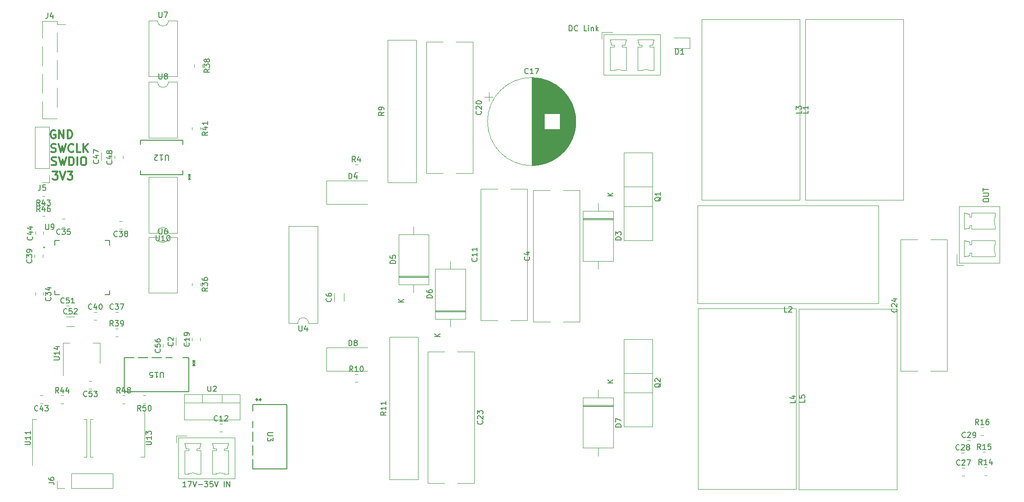
<source format=gbr>
%TF.GenerationSoftware,KiCad,Pcbnew,(6.0.8)*%
%TF.CreationDate,2024-04-13T01:58:17+05:30*%
%TF.ProjectId,Lu_Testing,4c755f54-6573-4746-996e-672e6b696361,rev?*%
%TF.SameCoordinates,Original*%
%TF.FileFunction,Legend,Top*%
%TF.FilePolarity,Positive*%
%FSLAX46Y46*%
G04 Gerber Fmt 4.6, Leading zero omitted, Abs format (unit mm)*
G04 Created by KiCad (PCBNEW (6.0.8)) date 2024-04-13 01:58:17*
%MOMM*%
%LPD*%
G01*
G04 APERTURE LIST*
%ADD10C,0.300000*%
%ADD11C,0.150000*%
%ADD12C,0.120000*%
%ADD13C,0.152400*%
%ADD14C,0.127000*%
%ADD15C,0.200000*%
G04 APERTURE END LIST*
D10*
X81661142Y-41160000D02*
X81518285Y-41088571D01*
X81304000Y-41088571D01*
X81089714Y-41160000D01*
X80946857Y-41302857D01*
X80875428Y-41445714D01*
X80804000Y-41731428D01*
X80804000Y-41945714D01*
X80875428Y-42231428D01*
X80946857Y-42374285D01*
X81089714Y-42517142D01*
X81304000Y-42588571D01*
X81446857Y-42588571D01*
X81661142Y-42517142D01*
X81732571Y-42445714D01*
X81732571Y-41945714D01*
X81446857Y-41945714D01*
X82375428Y-42588571D02*
X82375428Y-41088571D01*
X83232571Y-42588571D01*
X83232571Y-41088571D01*
X83946857Y-42588571D02*
X83946857Y-41088571D01*
X84304000Y-41088571D01*
X84518285Y-41160000D01*
X84661142Y-41302857D01*
X84732571Y-41445714D01*
X84804000Y-41731428D01*
X84804000Y-41945714D01*
X84732571Y-42231428D01*
X84661142Y-42374285D01*
X84518285Y-42517142D01*
X84304000Y-42588571D01*
X83946857Y-42588571D01*
X81022428Y-47470142D02*
X81236714Y-47541571D01*
X81593857Y-47541571D01*
X81736714Y-47470142D01*
X81808142Y-47398714D01*
X81879571Y-47255857D01*
X81879571Y-47113000D01*
X81808142Y-46970142D01*
X81736714Y-46898714D01*
X81593857Y-46827285D01*
X81308142Y-46755857D01*
X81165285Y-46684428D01*
X81093857Y-46613000D01*
X81022428Y-46470142D01*
X81022428Y-46327285D01*
X81093857Y-46184428D01*
X81165285Y-46113000D01*
X81308142Y-46041571D01*
X81665285Y-46041571D01*
X81879571Y-46113000D01*
X82379571Y-46041571D02*
X82736714Y-47541571D01*
X83022428Y-46470142D01*
X83308142Y-47541571D01*
X83665285Y-46041571D01*
X84236714Y-47541571D02*
X84236714Y-46041571D01*
X84593857Y-46041571D01*
X84808142Y-46113000D01*
X84951000Y-46255857D01*
X85022428Y-46398714D01*
X85093857Y-46684428D01*
X85093857Y-46898714D01*
X85022428Y-47184428D01*
X84951000Y-47327285D01*
X84808142Y-47470142D01*
X84593857Y-47541571D01*
X84236714Y-47541571D01*
X85736714Y-47541571D02*
X85736714Y-46041571D01*
X86736714Y-46041571D02*
X87022428Y-46041571D01*
X87165285Y-46113000D01*
X87308142Y-46255857D01*
X87379571Y-46541571D01*
X87379571Y-47041571D01*
X87308142Y-47327285D01*
X87165285Y-47470142D01*
X87022428Y-47541571D01*
X86736714Y-47541571D01*
X86593857Y-47470142D01*
X86451000Y-47327285D01*
X86379571Y-47041571D01*
X86379571Y-46541571D01*
X86451000Y-46255857D01*
X86593857Y-46113000D01*
X86736714Y-46041571D01*
X80935142Y-45057142D02*
X81149428Y-45128571D01*
X81506571Y-45128571D01*
X81649428Y-45057142D01*
X81720857Y-44985714D01*
X81792285Y-44842857D01*
X81792285Y-44700000D01*
X81720857Y-44557142D01*
X81649428Y-44485714D01*
X81506571Y-44414285D01*
X81220857Y-44342857D01*
X81078000Y-44271428D01*
X81006571Y-44200000D01*
X80935142Y-44057142D01*
X80935142Y-43914285D01*
X81006571Y-43771428D01*
X81078000Y-43700000D01*
X81220857Y-43628571D01*
X81578000Y-43628571D01*
X81792285Y-43700000D01*
X82292285Y-43628571D02*
X82649428Y-45128571D01*
X82935142Y-44057142D01*
X83220857Y-45128571D01*
X83578000Y-43628571D01*
X85006571Y-44985714D02*
X84935142Y-45057142D01*
X84720857Y-45128571D01*
X84578000Y-45128571D01*
X84363714Y-45057142D01*
X84220857Y-44914285D01*
X84149428Y-44771428D01*
X84078000Y-44485714D01*
X84078000Y-44271428D01*
X84149428Y-43985714D01*
X84220857Y-43842857D01*
X84363714Y-43700000D01*
X84578000Y-43628571D01*
X84720857Y-43628571D01*
X84935142Y-43700000D01*
X85006571Y-43771428D01*
X86363714Y-45128571D02*
X85649428Y-45128571D01*
X85649428Y-43628571D01*
X86863714Y-45128571D02*
X86863714Y-43628571D01*
X87720857Y-45128571D02*
X87078000Y-44271428D01*
X87720857Y-43628571D02*
X86863714Y-44485714D01*
X81200857Y-48708571D02*
X82129428Y-48708571D01*
X81629428Y-49280000D01*
X81843714Y-49280000D01*
X81986571Y-49351428D01*
X82058000Y-49422857D01*
X82129428Y-49565714D01*
X82129428Y-49922857D01*
X82058000Y-50065714D01*
X81986571Y-50137142D01*
X81843714Y-50208571D01*
X81415142Y-50208571D01*
X81272285Y-50137142D01*
X81200857Y-50065714D01*
X82558000Y-48708571D02*
X83058000Y-50208571D01*
X83558000Y-48708571D01*
X83915142Y-48708571D02*
X84843714Y-48708571D01*
X84343714Y-49280000D01*
X84558000Y-49280000D01*
X84700857Y-49351428D01*
X84772285Y-49422857D01*
X84843714Y-49565714D01*
X84843714Y-49922857D01*
X84772285Y-50065714D01*
X84700857Y-50137142D01*
X84558000Y-50208571D01*
X84129428Y-50208571D01*
X83986571Y-50137142D01*
X83915142Y-50065714D01*
D11*
%TO.C,C51*%
X83304142Y-72845142D02*
X83256523Y-72892761D01*
X83113666Y-72940380D01*
X83018428Y-72940380D01*
X82875571Y-72892761D01*
X82780333Y-72797523D01*
X82732714Y-72702285D01*
X82685095Y-72511809D01*
X82685095Y-72368952D01*
X82732714Y-72178476D01*
X82780333Y-72083238D01*
X82875571Y-71988000D01*
X83018428Y-71940380D01*
X83113666Y-71940380D01*
X83256523Y-71988000D01*
X83304142Y-72035619D01*
X84208904Y-71940380D02*
X83732714Y-71940380D01*
X83685095Y-72416571D01*
X83732714Y-72368952D01*
X83827952Y-72321333D01*
X84066047Y-72321333D01*
X84161285Y-72368952D01*
X84208904Y-72416571D01*
X84256523Y-72511809D01*
X84256523Y-72749904D01*
X84208904Y-72845142D01*
X84161285Y-72892761D01*
X84066047Y-72940380D01*
X83827952Y-72940380D01*
X83732714Y-72892761D01*
X83685095Y-72845142D01*
X85208904Y-72940380D02*
X84637476Y-72940380D01*
X84923190Y-72940380D02*
X84923190Y-71940380D01*
X84827952Y-72083238D01*
X84732714Y-72178476D01*
X84637476Y-72226095D01*
%TO.C,C6*%
X132365142Y-72048666D02*
X132412761Y-72096285D01*
X132460380Y-72239142D01*
X132460380Y-72334380D01*
X132412761Y-72477238D01*
X132317523Y-72572476D01*
X132222285Y-72620095D01*
X132031809Y-72667714D01*
X131888952Y-72667714D01*
X131698476Y-72620095D01*
X131603238Y-72572476D01*
X131508000Y-72477238D01*
X131460380Y-72334380D01*
X131460380Y-72239142D01*
X131508000Y-72096285D01*
X131555619Y-72048666D01*
X131460380Y-71191523D02*
X131460380Y-71382000D01*
X131508000Y-71477238D01*
X131555619Y-71524857D01*
X131698476Y-71620095D01*
X131888952Y-71667714D01*
X132269904Y-71667714D01*
X132365142Y-71620095D01*
X132412761Y-71572476D01*
X132460380Y-71477238D01*
X132460380Y-71286761D01*
X132412761Y-71191523D01*
X132365142Y-71143904D01*
X132269904Y-71096285D01*
X132031809Y-71096285D01*
X131936571Y-71143904D01*
X131888952Y-71191523D01*
X131841333Y-71286761D01*
X131841333Y-71477238D01*
X131888952Y-71572476D01*
X131936571Y-71620095D01*
X132031809Y-71667714D01*
%TO.C,R41*%
X109671380Y-41409857D02*
X109195190Y-41743190D01*
X109671380Y-41981285D02*
X108671380Y-41981285D01*
X108671380Y-41600333D01*
X108719000Y-41505095D01*
X108766619Y-41457476D01*
X108861857Y-41409857D01*
X109004714Y-41409857D01*
X109099952Y-41457476D01*
X109147571Y-41505095D01*
X109195190Y-41600333D01*
X109195190Y-41981285D01*
X109004714Y-40552714D02*
X109671380Y-40552714D01*
X108623761Y-40790809D02*
X109338047Y-41028904D01*
X109338047Y-40409857D01*
X109671380Y-39505095D02*
X109671380Y-40076523D01*
X109671380Y-39790809D02*
X108671380Y-39790809D01*
X108814238Y-39886047D01*
X108909476Y-39981285D01*
X108957095Y-40076523D01*
%TO.C,Q1*%
X193026619Y-53424238D02*
X192979000Y-53519476D01*
X192883761Y-53614714D01*
X192740904Y-53757571D01*
X192693285Y-53852809D01*
X192693285Y-53948047D01*
X192931380Y-53900428D02*
X192883761Y-53995666D01*
X192788523Y-54090904D01*
X192598047Y-54138523D01*
X192264714Y-54138523D01*
X192074238Y-54090904D01*
X191979000Y-53995666D01*
X191931380Y-53900428D01*
X191931380Y-53709952D01*
X191979000Y-53614714D01*
X192074238Y-53519476D01*
X192264714Y-53471857D01*
X192598047Y-53471857D01*
X192788523Y-53519476D01*
X192883761Y-53614714D01*
X192931380Y-53709952D01*
X192931380Y-53900428D01*
X192931380Y-52519476D02*
X192931380Y-53090904D01*
X192931380Y-52805190D02*
X191931380Y-52805190D01*
X192074238Y-52900428D01*
X192169476Y-52995666D01*
X192217095Y-53090904D01*
%TO.C,R43*%
X78875142Y-54936380D02*
X78541809Y-54460190D01*
X78303714Y-54936380D02*
X78303714Y-53936380D01*
X78684666Y-53936380D01*
X78779904Y-53984000D01*
X78827523Y-54031619D01*
X78875142Y-54126857D01*
X78875142Y-54269714D01*
X78827523Y-54364952D01*
X78779904Y-54412571D01*
X78684666Y-54460190D01*
X78303714Y-54460190D01*
X79732285Y-54269714D02*
X79732285Y-54936380D01*
X79494190Y-53888761D02*
X79256095Y-54603047D01*
X79875142Y-54603047D01*
X80160857Y-53936380D02*
X80779904Y-53936380D01*
X80446571Y-54317333D01*
X80589428Y-54317333D01*
X80684666Y-54364952D01*
X80732285Y-54412571D01*
X80779904Y-54507809D01*
X80779904Y-54745904D01*
X80732285Y-54841142D01*
X80684666Y-54888761D01*
X80589428Y-54936380D01*
X80303714Y-54936380D01*
X80208476Y-54888761D01*
X80160857Y-54841142D01*
%TO.C,C23*%
X160189142Y-94622857D02*
X160236761Y-94670476D01*
X160284380Y-94813333D01*
X160284380Y-94908571D01*
X160236761Y-95051428D01*
X160141523Y-95146666D01*
X160046285Y-95194285D01*
X159855809Y-95241904D01*
X159712952Y-95241904D01*
X159522476Y-95194285D01*
X159427238Y-95146666D01*
X159332000Y-95051428D01*
X159284380Y-94908571D01*
X159284380Y-94813333D01*
X159332000Y-94670476D01*
X159379619Y-94622857D01*
X159379619Y-94241904D02*
X159332000Y-94194285D01*
X159284380Y-94099047D01*
X159284380Y-93860952D01*
X159332000Y-93765714D01*
X159379619Y-93718095D01*
X159474857Y-93670476D01*
X159570095Y-93670476D01*
X159712952Y-93718095D01*
X160284380Y-94289523D01*
X160284380Y-93670476D01*
X159284380Y-93337142D02*
X159284380Y-92718095D01*
X159665333Y-93051428D01*
X159665333Y-92908571D01*
X159712952Y-92813333D01*
X159760571Y-92765714D01*
X159855809Y-92718095D01*
X160093904Y-92718095D01*
X160189142Y-92765714D01*
X160236761Y-92813333D01*
X160284380Y-92908571D01*
X160284380Y-93194285D01*
X160236761Y-93289523D01*
X160189142Y-93337142D01*
%TO.C,J6*%
X80444380Y-105997333D02*
X81158666Y-105997333D01*
X81301523Y-106044952D01*
X81396761Y-106140190D01*
X81444380Y-106283047D01*
X81444380Y-106378285D01*
X80444380Y-105092571D02*
X80444380Y-105283047D01*
X80492000Y-105378285D01*
X80539619Y-105425904D01*
X80682476Y-105521142D01*
X80872952Y-105568761D01*
X81253904Y-105568761D01*
X81349142Y-105521142D01*
X81396761Y-105473523D01*
X81444380Y-105378285D01*
X81444380Y-105187809D01*
X81396761Y-105092571D01*
X81349142Y-105044952D01*
X81253904Y-104997333D01*
X81015809Y-104997333D01*
X80920571Y-105044952D01*
X80872952Y-105092571D01*
X80825333Y-105187809D01*
X80825333Y-105378285D01*
X80872952Y-105473523D01*
X80920571Y-105521142D01*
X81015809Y-105568761D01*
%TO.C,U12*%
X102457095Y-46648619D02*
X102457095Y-45839095D01*
X102409476Y-45743857D01*
X102361857Y-45696238D01*
X102266619Y-45648619D01*
X102076142Y-45648619D01*
X101980904Y-45696238D01*
X101933285Y-45743857D01*
X101885666Y-45839095D01*
X101885666Y-46648619D01*
X100885666Y-45648619D02*
X101457095Y-45648619D01*
X101171380Y-45648619D02*
X101171380Y-46648619D01*
X101266619Y-46505761D01*
X101361857Y-46410523D01*
X101457095Y-46362904D01*
X100504714Y-46553380D02*
X100457095Y-46601000D01*
X100361857Y-46648619D01*
X100123761Y-46648619D01*
X100028523Y-46601000D01*
X99980904Y-46553380D01*
X99933285Y-46458142D01*
X99933285Y-46362904D01*
X99980904Y-46220047D01*
X100552333Y-45648619D01*
X99933285Y-45648619D01*
X106349800Y-49160180D02*
X106349800Y-49398276D01*
X106111704Y-49303038D02*
X106349800Y-49398276D01*
X106587895Y-49303038D01*
X106206942Y-49588752D02*
X106349800Y-49398276D01*
X106492657Y-49588752D01*
X106349800Y-50255419D02*
X106349800Y-50017323D01*
X106587895Y-50112561D02*
X106349800Y-50017323D01*
X106111704Y-50112561D01*
X106492657Y-49826847D02*
X106349800Y-50017323D01*
X106206942Y-49826847D01*
%TO.C,C48*%
X92022142Y-46743857D02*
X92069761Y-46791476D01*
X92117380Y-46934333D01*
X92117380Y-47029571D01*
X92069761Y-47172428D01*
X91974523Y-47267666D01*
X91879285Y-47315285D01*
X91688809Y-47362904D01*
X91545952Y-47362904D01*
X91355476Y-47315285D01*
X91260238Y-47267666D01*
X91165000Y-47172428D01*
X91117380Y-47029571D01*
X91117380Y-46934333D01*
X91165000Y-46791476D01*
X91212619Y-46743857D01*
X91450714Y-45886714D02*
X92117380Y-45886714D01*
X91069761Y-46124809D02*
X91784047Y-46362904D01*
X91784047Y-45743857D01*
X91545952Y-45220047D02*
X91498333Y-45315285D01*
X91450714Y-45362904D01*
X91355476Y-45410523D01*
X91307857Y-45410523D01*
X91212619Y-45362904D01*
X91165000Y-45315285D01*
X91117380Y-45220047D01*
X91117380Y-45029571D01*
X91165000Y-44934333D01*
X91212619Y-44886714D01*
X91307857Y-44839095D01*
X91355476Y-44839095D01*
X91450714Y-44886714D01*
X91498333Y-44934333D01*
X91545952Y-45029571D01*
X91545952Y-45220047D01*
X91593571Y-45315285D01*
X91641190Y-45362904D01*
X91736428Y-45410523D01*
X91926904Y-45410523D01*
X92022142Y-45362904D01*
X92069761Y-45315285D01*
X92117380Y-45220047D01*
X92117380Y-45029571D01*
X92069761Y-44934333D01*
X92022142Y-44886714D01*
X91926904Y-44839095D01*
X91736428Y-44839095D01*
X91641190Y-44886714D01*
X91593571Y-44934333D01*
X91545952Y-45029571D01*
%TO.C,R14*%
X252087142Y-102688380D02*
X251753809Y-102212190D01*
X251515714Y-102688380D02*
X251515714Y-101688380D01*
X251896666Y-101688380D01*
X251991904Y-101736000D01*
X252039523Y-101783619D01*
X252087142Y-101878857D01*
X252087142Y-102021714D01*
X252039523Y-102116952D01*
X251991904Y-102164571D01*
X251896666Y-102212190D01*
X251515714Y-102212190D01*
X253039523Y-102688380D02*
X252468095Y-102688380D01*
X252753809Y-102688380D02*
X252753809Y-101688380D01*
X252658571Y-101831238D01*
X252563333Y-101926476D01*
X252468095Y-101974095D01*
X253896666Y-102021714D02*
X253896666Y-102688380D01*
X253658571Y-101640761D02*
X253420476Y-102355047D01*
X254039523Y-102355047D01*
%TO.C,C17*%
X168631388Y-30604142D02*
X168583769Y-30651761D01*
X168440912Y-30699380D01*
X168345674Y-30699380D01*
X168202817Y-30651761D01*
X168107579Y-30556523D01*
X168059960Y-30461285D01*
X168012341Y-30270809D01*
X168012341Y-30127952D01*
X168059960Y-29937476D01*
X168107579Y-29842238D01*
X168202817Y-29747000D01*
X168345674Y-29699380D01*
X168440912Y-29699380D01*
X168583769Y-29747000D01*
X168631388Y-29794619D01*
X169583769Y-30699380D02*
X169012341Y-30699380D01*
X169298055Y-30699380D02*
X169298055Y-29699380D01*
X169202817Y-29842238D01*
X169107579Y-29937476D01*
X169012341Y-29985095D01*
X169917103Y-29699380D02*
X170583769Y-29699380D01*
X170155198Y-30699380D01*
%TO.C,R36*%
X109671380Y-70111857D02*
X109195190Y-70445190D01*
X109671380Y-70683285D02*
X108671380Y-70683285D01*
X108671380Y-70302333D01*
X108719000Y-70207095D01*
X108766619Y-70159476D01*
X108861857Y-70111857D01*
X109004714Y-70111857D01*
X109099952Y-70159476D01*
X109147571Y-70207095D01*
X109195190Y-70302333D01*
X109195190Y-70683285D01*
X108671380Y-69778523D02*
X108671380Y-69159476D01*
X109052333Y-69492809D01*
X109052333Y-69349952D01*
X109099952Y-69254714D01*
X109147571Y-69207095D01*
X109242809Y-69159476D01*
X109480904Y-69159476D01*
X109576142Y-69207095D01*
X109623761Y-69254714D01*
X109671380Y-69349952D01*
X109671380Y-69635666D01*
X109623761Y-69730904D01*
X109576142Y-69778523D01*
X108671380Y-68302333D02*
X108671380Y-68492809D01*
X108719000Y-68588047D01*
X108766619Y-68635666D01*
X108909476Y-68730904D01*
X109099952Y-68778523D01*
X109480904Y-68778523D01*
X109576142Y-68730904D01*
X109623761Y-68683285D01*
X109671380Y-68588047D01*
X109671380Y-68397571D01*
X109623761Y-68302333D01*
X109576142Y-68254714D01*
X109480904Y-68207095D01*
X109242809Y-68207095D01*
X109147571Y-68254714D01*
X109099952Y-68302333D01*
X109052333Y-68397571D01*
X109052333Y-68588047D01*
X109099952Y-68683285D01*
X109147571Y-68730904D01*
X109242809Y-68778523D01*
%TO.C,J2*%
X105729595Y-106767880D02*
X105158166Y-106767880D01*
X105443880Y-106767880D02*
X105443880Y-105767880D01*
X105348642Y-105910738D01*
X105253404Y-106005976D01*
X105158166Y-106053595D01*
X106062928Y-105767880D02*
X106729595Y-105767880D01*
X106301023Y-106767880D01*
X106967690Y-105767880D02*
X107301023Y-106767880D01*
X107634357Y-105767880D01*
X107967690Y-106386928D02*
X108729595Y-106386928D01*
X109110547Y-105767880D02*
X109729595Y-105767880D01*
X109396261Y-106148833D01*
X109539119Y-106148833D01*
X109634357Y-106196452D01*
X109681976Y-106244071D01*
X109729595Y-106339309D01*
X109729595Y-106577404D01*
X109681976Y-106672642D01*
X109634357Y-106720261D01*
X109539119Y-106767880D01*
X109253404Y-106767880D01*
X109158166Y-106720261D01*
X109110547Y-106672642D01*
X110634357Y-105767880D02*
X110158166Y-105767880D01*
X110110547Y-106244071D01*
X110158166Y-106196452D01*
X110253404Y-106148833D01*
X110491500Y-106148833D01*
X110586738Y-106196452D01*
X110634357Y-106244071D01*
X110681976Y-106339309D01*
X110681976Y-106577404D01*
X110634357Y-106672642D01*
X110586738Y-106720261D01*
X110491500Y-106767880D01*
X110253404Y-106767880D01*
X110158166Y-106720261D01*
X110110547Y-106672642D01*
X110967690Y-105767880D02*
X111301023Y-106767880D01*
X111634357Y-105767880D01*
X112729595Y-106767880D02*
X112729595Y-105767880D01*
X113205785Y-106767880D02*
X113205785Y-105767880D01*
X113777214Y-106767880D01*
X113777214Y-105767880D01*
%TO.C,L3*%
X218917380Y-37504666D02*
X218917380Y-37980857D01*
X217917380Y-37980857D01*
X217917380Y-37266571D02*
X217917380Y-36647523D01*
X218298333Y-36980857D01*
X218298333Y-36838000D01*
X218345952Y-36742761D01*
X218393571Y-36695142D01*
X218488809Y-36647523D01*
X218726904Y-36647523D01*
X218822142Y-36695142D01*
X218869761Y-36742761D01*
X218917380Y-36838000D01*
X218917380Y-37123714D01*
X218869761Y-37218952D01*
X218822142Y-37266571D01*
%TO.C,C39*%
X77290142Y-64904857D02*
X77337761Y-64952476D01*
X77385380Y-65095333D01*
X77385380Y-65190571D01*
X77337761Y-65333428D01*
X77242523Y-65428666D01*
X77147285Y-65476285D01*
X76956809Y-65523904D01*
X76813952Y-65523904D01*
X76623476Y-65476285D01*
X76528238Y-65428666D01*
X76433000Y-65333428D01*
X76385380Y-65190571D01*
X76385380Y-65095333D01*
X76433000Y-64952476D01*
X76480619Y-64904857D01*
X76385380Y-64571523D02*
X76385380Y-63952476D01*
X76766333Y-64285809D01*
X76766333Y-64142952D01*
X76813952Y-64047714D01*
X76861571Y-64000095D01*
X76956809Y-63952476D01*
X77194904Y-63952476D01*
X77290142Y-64000095D01*
X77337761Y-64047714D01*
X77385380Y-64142952D01*
X77385380Y-64428666D01*
X77337761Y-64523904D01*
X77290142Y-64571523D01*
X77385380Y-63476285D02*
X77385380Y-63285809D01*
X77337761Y-63190571D01*
X77290142Y-63142952D01*
X77147285Y-63047714D01*
X76956809Y-63000095D01*
X76575857Y-63000095D01*
X76480619Y-63047714D01*
X76433000Y-63095333D01*
X76385380Y-63190571D01*
X76385380Y-63381047D01*
X76433000Y-63476285D01*
X76480619Y-63523904D01*
X76575857Y-63571523D01*
X76813952Y-63571523D01*
X76909190Y-63523904D01*
X76956809Y-63476285D01*
X77004428Y-63381047D01*
X77004428Y-63190571D01*
X76956809Y-63095333D01*
X76909190Y-63047714D01*
X76813952Y-63000095D01*
%TO.C,C28*%
X247896142Y-99896142D02*
X247848523Y-99943761D01*
X247705666Y-99991380D01*
X247610428Y-99991380D01*
X247467571Y-99943761D01*
X247372333Y-99848523D01*
X247324714Y-99753285D01*
X247277095Y-99562809D01*
X247277095Y-99419952D01*
X247324714Y-99229476D01*
X247372333Y-99134238D01*
X247467571Y-99039000D01*
X247610428Y-98991380D01*
X247705666Y-98991380D01*
X247848523Y-99039000D01*
X247896142Y-99086619D01*
X248277095Y-99086619D02*
X248324714Y-99039000D01*
X248419952Y-98991380D01*
X248658047Y-98991380D01*
X248753285Y-99039000D01*
X248800904Y-99086619D01*
X248848523Y-99181857D01*
X248848523Y-99277095D01*
X248800904Y-99419952D01*
X248229476Y-99991380D01*
X248848523Y-99991380D01*
X249419952Y-99419952D02*
X249324714Y-99372333D01*
X249277095Y-99324714D01*
X249229476Y-99229476D01*
X249229476Y-99181857D01*
X249277095Y-99086619D01*
X249324714Y-99039000D01*
X249419952Y-98991380D01*
X249610428Y-98991380D01*
X249705666Y-99039000D01*
X249753285Y-99086619D01*
X249800904Y-99181857D01*
X249800904Y-99229476D01*
X249753285Y-99324714D01*
X249705666Y-99372333D01*
X249610428Y-99419952D01*
X249419952Y-99419952D01*
X249324714Y-99467571D01*
X249277095Y-99515190D01*
X249229476Y-99610428D01*
X249229476Y-99800904D01*
X249277095Y-99896142D01*
X249324714Y-99943761D01*
X249419952Y-99991380D01*
X249610428Y-99991380D01*
X249705666Y-99943761D01*
X249753285Y-99896142D01*
X249800904Y-99800904D01*
X249800904Y-99610428D01*
X249753285Y-99515190D01*
X249705666Y-99467571D01*
X249610428Y-99419952D01*
%TO.C,C44*%
X77417142Y-60713857D02*
X77464761Y-60761476D01*
X77512380Y-60904333D01*
X77512380Y-60999571D01*
X77464761Y-61142428D01*
X77369523Y-61237666D01*
X77274285Y-61285285D01*
X77083809Y-61332904D01*
X76940952Y-61332904D01*
X76750476Y-61285285D01*
X76655238Y-61237666D01*
X76560000Y-61142428D01*
X76512380Y-60999571D01*
X76512380Y-60904333D01*
X76560000Y-60761476D01*
X76607619Y-60713857D01*
X76845714Y-59856714D02*
X77512380Y-59856714D01*
X76464761Y-60094809D02*
X77179047Y-60332904D01*
X77179047Y-59713857D01*
X76845714Y-58904333D02*
X77512380Y-58904333D01*
X76464761Y-59142428D02*
X77179047Y-59380523D01*
X77179047Y-58761476D01*
%TO.C,D5*%
X144256380Y-65635095D02*
X143256380Y-65635095D01*
X143256380Y-65397000D01*
X143304000Y-65254142D01*
X143399238Y-65158904D01*
X143494476Y-65111285D01*
X143684952Y-65063666D01*
X143827809Y-65063666D01*
X144018285Y-65111285D01*
X144113523Y-65158904D01*
X144208761Y-65254142D01*
X144256380Y-65397000D01*
X144256380Y-65635095D01*
X143256380Y-64158904D02*
X143256380Y-64635095D01*
X143732571Y-64682714D01*
X143684952Y-64635095D01*
X143637333Y-64539857D01*
X143637333Y-64301761D01*
X143684952Y-64206523D01*
X143732571Y-64158904D01*
X143827809Y-64111285D01*
X144065904Y-64111285D01*
X144161142Y-64158904D01*
X144208761Y-64206523D01*
X144256380Y-64301761D01*
X144256380Y-64539857D01*
X144208761Y-64635095D01*
X144161142Y-64682714D01*
X145726380Y-72778904D02*
X144726380Y-72778904D01*
X145726380Y-72207476D02*
X145154952Y-72636047D01*
X144726380Y-72207476D02*
X145297809Y-72778904D01*
%TO.C,C2*%
X103282142Y-80176666D02*
X103329761Y-80224285D01*
X103377380Y-80367142D01*
X103377380Y-80462380D01*
X103329761Y-80605238D01*
X103234523Y-80700476D01*
X103139285Y-80748095D01*
X102948809Y-80795714D01*
X102805952Y-80795714D01*
X102615476Y-80748095D01*
X102520238Y-80700476D01*
X102425000Y-80605238D01*
X102377380Y-80462380D01*
X102377380Y-80367142D01*
X102425000Y-80224285D01*
X102472619Y-80176666D01*
X102472619Y-79795714D02*
X102425000Y-79748095D01*
X102377380Y-79652857D01*
X102377380Y-79414761D01*
X102425000Y-79319523D01*
X102472619Y-79271904D01*
X102567857Y-79224285D01*
X102663095Y-79224285D01*
X102805952Y-79271904D01*
X103377380Y-79843333D01*
X103377380Y-79224285D01*
%TO.C,R11*%
X142498380Y-92971857D02*
X142022190Y-93305190D01*
X142498380Y-93543285D02*
X141498380Y-93543285D01*
X141498380Y-93162333D01*
X141546000Y-93067095D01*
X141593619Y-93019476D01*
X141688857Y-92971857D01*
X141831714Y-92971857D01*
X141926952Y-93019476D01*
X141974571Y-93067095D01*
X142022190Y-93162333D01*
X142022190Y-93543285D01*
X142498380Y-92019476D02*
X142498380Y-92590904D01*
X142498380Y-92305190D02*
X141498380Y-92305190D01*
X141641238Y-92400428D01*
X141736476Y-92495666D01*
X141784095Y-92590904D01*
X142498380Y-91067095D02*
X142498380Y-91638523D01*
X142498380Y-91352809D02*
X141498380Y-91352809D01*
X141641238Y-91448047D01*
X141736476Y-91543285D01*
X141784095Y-91638523D01*
%TO.C,U11*%
X76070380Y-99028095D02*
X76879904Y-99028095D01*
X76975142Y-98980476D01*
X77022761Y-98932857D01*
X77070380Y-98837619D01*
X77070380Y-98647142D01*
X77022761Y-98551904D01*
X76975142Y-98504285D01*
X76879904Y-98456666D01*
X76070380Y-98456666D01*
X77070380Y-97456666D02*
X77070380Y-98028095D01*
X77070380Y-97742380D02*
X76070380Y-97742380D01*
X76213238Y-97837619D01*
X76308476Y-97932857D01*
X76356095Y-98028095D01*
X77070380Y-96504285D02*
X77070380Y-97075714D01*
X77070380Y-96790000D02*
X76070380Y-96790000D01*
X76213238Y-96885238D01*
X76308476Y-96980476D01*
X76356095Y-97075714D01*
%TO.C,U4*%
X126492095Y-77093380D02*
X126492095Y-77902904D01*
X126539714Y-77998142D01*
X126587333Y-78045761D01*
X126682571Y-78093380D01*
X126873047Y-78093380D01*
X126968285Y-78045761D01*
X127015904Y-77998142D01*
X127063523Y-77902904D01*
X127063523Y-77093380D01*
X127968285Y-77426714D02*
X127968285Y-78093380D01*
X127730190Y-77045761D02*
X127492095Y-77760047D01*
X128111142Y-77760047D01*
%TO.C,C12*%
X111498142Y-94562142D02*
X111450523Y-94609761D01*
X111307666Y-94657380D01*
X111212428Y-94657380D01*
X111069571Y-94609761D01*
X110974333Y-94514523D01*
X110926714Y-94419285D01*
X110879095Y-94228809D01*
X110879095Y-94085952D01*
X110926714Y-93895476D01*
X110974333Y-93800238D01*
X111069571Y-93705000D01*
X111212428Y-93657380D01*
X111307666Y-93657380D01*
X111450523Y-93705000D01*
X111498142Y-93752619D01*
X112450523Y-94657380D02*
X111879095Y-94657380D01*
X112164809Y-94657380D02*
X112164809Y-93657380D01*
X112069571Y-93800238D01*
X111974333Y-93895476D01*
X111879095Y-93943095D01*
X112831476Y-93752619D02*
X112879095Y-93705000D01*
X112974333Y-93657380D01*
X113212428Y-93657380D01*
X113307666Y-93705000D01*
X113355285Y-93752619D01*
X113402904Y-93847857D01*
X113402904Y-93943095D01*
X113355285Y-94085952D01*
X112783857Y-94657380D01*
X113402904Y-94657380D01*
%TO.C,U8*%
X100721095Y-30660380D02*
X100721095Y-31469904D01*
X100768714Y-31565142D01*
X100816333Y-31612761D01*
X100911571Y-31660380D01*
X101102047Y-31660380D01*
X101197285Y-31612761D01*
X101244904Y-31565142D01*
X101292523Y-31469904D01*
X101292523Y-30660380D01*
X101911571Y-31088952D02*
X101816333Y-31041333D01*
X101768714Y-30993714D01*
X101721095Y-30898476D01*
X101721095Y-30850857D01*
X101768714Y-30755619D01*
X101816333Y-30708000D01*
X101911571Y-30660380D01*
X102102047Y-30660380D01*
X102197285Y-30708000D01*
X102244904Y-30755619D01*
X102292523Y-30850857D01*
X102292523Y-30898476D01*
X102244904Y-30993714D01*
X102197285Y-31041333D01*
X102102047Y-31088952D01*
X101911571Y-31088952D01*
X101816333Y-31136571D01*
X101768714Y-31184190D01*
X101721095Y-31279428D01*
X101721095Y-31469904D01*
X101768714Y-31565142D01*
X101816333Y-31612761D01*
X101911571Y-31660380D01*
X102102047Y-31660380D01*
X102197285Y-31612761D01*
X102244904Y-31565142D01*
X102292523Y-31469904D01*
X102292523Y-31279428D01*
X102244904Y-31184190D01*
X102197285Y-31136571D01*
X102102047Y-31088952D01*
%TO.C,R48*%
X93591142Y-89480380D02*
X93257809Y-89004190D01*
X93019714Y-89480380D02*
X93019714Y-88480380D01*
X93400666Y-88480380D01*
X93495904Y-88528000D01*
X93543523Y-88575619D01*
X93591142Y-88670857D01*
X93591142Y-88813714D01*
X93543523Y-88908952D01*
X93495904Y-88956571D01*
X93400666Y-89004190D01*
X93019714Y-89004190D01*
X94448285Y-88813714D02*
X94448285Y-89480380D01*
X94210190Y-88432761D02*
X93972095Y-89147047D01*
X94591142Y-89147047D01*
X95114952Y-88908952D02*
X95019714Y-88861333D01*
X94972095Y-88813714D01*
X94924476Y-88718476D01*
X94924476Y-88670857D01*
X94972095Y-88575619D01*
X95019714Y-88528000D01*
X95114952Y-88480380D01*
X95305428Y-88480380D01*
X95400666Y-88528000D01*
X95448285Y-88575619D01*
X95495904Y-88670857D01*
X95495904Y-88718476D01*
X95448285Y-88813714D01*
X95400666Y-88861333D01*
X95305428Y-88908952D01*
X95114952Y-88908952D01*
X95019714Y-88956571D01*
X94972095Y-89004190D01*
X94924476Y-89099428D01*
X94924476Y-89289904D01*
X94972095Y-89385142D01*
X95019714Y-89432761D01*
X95114952Y-89480380D01*
X95305428Y-89480380D01*
X95400666Y-89432761D01*
X95448285Y-89385142D01*
X95495904Y-89289904D01*
X95495904Y-89099428D01*
X95448285Y-89004190D01*
X95400666Y-88956571D01*
X95305428Y-88908952D01*
%TO.C,C38*%
X93083142Y-60584142D02*
X93035523Y-60631761D01*
X92892666Y-60679380D01*
X92797428Y-60679380D01*
X92654571Y-60631761D01*
X92559333Y-60536523D01*
X92511714Y-60441285D01*
X92464095Y-60250809D01*
X92464095Y-60107952D01*
X92511714Y-59917476D01*
X92559333Y-59822238D01*
X92654571Y-59727000D01*
X92797428Y-59679380D01*
X92892666Y-59679380D01*
X93035523Y-59727000D01*
X93083142Y-59774619D01*
X93416476Y-59679380D02*
X94035523Y-59679380D01*
X93702190Y-60060333D01*
X93845047Y-60060333D01*
X93940285Y-60107952D01*
X93987904Y-60155571D01*
X94035523Y-60250809D01*
X94035523Y-60488904D01*
X93987904Y-60584142D01*
X93940285Y-60631761D01*
X93845047Y-60679380D01*
X93559333Y-60679380D01*
X93464095Y-60631761D01*
X93416476Y-60584142D01*
X94606952Y-60107952D02*
X94511714Y-60060333D01*
X94464095Y-60012714D01*
X94416476Y-59917476D01*
X94416476Y-59869857D01*
X94464095Y-59774619D01*
X94511714Y-59727000D01*
X94606952Y-59679380D01*
X94797428Y-59679380D01*
X94892666Y-59727000D01*
X94940285Y-59774619D01*
X94987904Y-59869857D01*
X94987904Y-59917476D01*
X94940285Y-60012714D01*
X94892666Y-60060333D01*
X94797428Y-60107952D01*
X94606952Y-60107952D01*
X94511714Y-60155571D01*
X94464095Y-60203190D01*
X94416476Y-60298428D01*
X94416476Y-60488904D01*
X94464095Y-60584142D01*
X94511714Y-60631761D01*
X94606952Y-60679380D01*
X94797428Y-60679380D01*
X94892666Y-60631761D01*
X94940285Y-60584142D01*
X94987904Y-60488904D01*
X94987904Y-60298428D01*
X94940285Y-60203190D01*
X94892666Y-60155571D01*
X94797428Y-60107952D01*
%TO.C,R10*%
X136390142Y-85543380D02*
X136056809Y-85067190D01*
X135818714Y-85543380D02*
X135818714Y-84543380D01*
X136199666Y-84543380D01*
X136294904Y-84591000D01*
X136342523Y-84638619D01*
X136390142Y-84733857D01*
X136390142Y-84876714D01*
X136342523Y-84971952D01*
X136294904Y-85019571D01*
X136199666Y-85067190D01*
X135818714Y-85067190D01*
X137342523Y-85543380D02*
X136771095Y-85543380D01*
X137056809Y-85543380D02*
X137056809Y-84543380D01*
X136961571Y-84686238D01*
X136866333Y-84781476D01*
X136771095Y-84829095D01*
X137961571Y-84543380D02*
X138056809Y-84543380D01*
X138152047Y-84591000D01*
X138199666Y-84638619D01*
X138247285Y-84733857D01*
X138294904Y-84924333D01*
X138294904Y-85162428D01*
X138247285Y-85352904D01*
X138199666Y-85448142D01*
X138152047Y-85495761D01*
X138056809Y-85543380D01*
X137961571Y-85543380D01*
X137866333Y-85495761D01*
X137818714Y-85448142D01*
X137771095Y-85352904D01*
X137723476Y-85162428D01*
X137723476Y-84924333D01*
X137771095Y-84733857D01*
X137818714Y-84638619D01*
X137866333Y-84591000D01*
X137961571Y-84543380D01*
%TO.C,D8*%
X135659904Y-80764380D02*
X135659904Y-79764380D01*
X135898000Y-79764380D01*
X136040857Y-79812000D01*
X136136095Y-79907238D01*
X136183714Y-80002476D01*
X136231333Y-80192952D01*
X136231333Y-80335809D01*
X136183714Y-80526285D01*
X136136095Y-80621523D01*
X136040857Y-80716761D01*
X135898000Y-80764380D01*
X135659904Y-80764380D01*
X136802761Y-80192952D02*
X136707523Y-80145333D01*
X136659904Y-80097714D01*
X136612285Y-80002476D01*
X136612285Y-79954857D01*
X136659904Y-79859619D01*
X136707523Y-79812000D01*
X136802761Y-79764380D01*
X136993238Y-79764380D01*
X137088476Y-79812000D01*
X137136095Y-79859619D01*
X137183714Y-79954857D01*
X137183714Y-80002476D01*
X137136095Y-80097714D01*
X137088476Y-80145333D01*
X136993238Y-80192952D01*
X136802761Y-80192952D01*
X136707523Y-80240571D01*
X136659904Y-80288190D01*
X136612285Y-80383428D01*
X136612285Y-80573904D01*
X136659904Y-80669142D01*
X136707523Y-80716761D01*
X136802761Y-80764380D01*
X136993238Y-80764380D01*
X137088476Y-80716761D01*
X137136095Y-80669142D01*
X137183714Y-80573904D01*
X137183714Y-80383428D01*
X137136095Y-80288190D01*
X137088476Y-80240571D01*
X136993238Y-80192952D01*
%TO.C,C34*%
X80777142Y-71889857D02*
X80824761Y-71937476D01*
X80872380Y-72080333D01*
X80872380Y-72175571D01*
X80824761Y-72318428D01*
X80729523Y-72413666D01*
X80634285Y-72461285D01*
X80443809Y-72508904D01*
X80300952Y-72508904D01*
X80110476Y-72461285D01*
X80015238Y-72413666D01*
X79920000Y-72318428D01*
X79872380Y-72175571D01*
X79872380Y-72080333D01*
X79920000Y-71937476D01*
X79967619Y-71889857D01*
X79872380Y-71556523D02*
X79872380Y-70937476D01*
X80253333Y-71270809D01*
X80253333Y-71127952D01*
X80300952Y-71032714D01*
X80348571Y-70985095D01*
X80443809Y-70937476D01*
X80681904Y-70937476D01*
X80777142Y-70985095D01*
X80824761Y-71032714D01*
X80872380Y-71127952D01*
X80872380Y-71413666D01*
X80824761Y-71508904D01*
X80777142Y-71556523D01*
X80205714Y-70080333D02*
X80872380Y-70080333D01*
X79824761Y-70318428D02*
X80539047Y-70556523D01*
X80539047Y-69937476D01*
%TO.C,U15*%
X101568095Y-86653619D02*
X101568095Y-85844095D01*
X101520476Y-85748857D01*
X101472857Y-85701238D01*
X101377619Y-85653619D01*
X101187142Y-85653619D01*
X101091904Y-85701238D01*
X101044285Y-85748857D01*
X100996666Y-85844095D01*
X100996666Y-86653619D01*
X99996666Y-85653619D02*
X100568095Y-85653619D01*
X100282380Y-85653619D02*
X100282380Y-86653619D01*
X100377619Y-86510761D01*
X100472857Y-86415523D01*
X100568095Y-86367904D01*
X99091904Y-86653619D02*
X99568095Y-86653619D01*
X99615714Y-86177428D01*
X99568095Y-86225047D01*
X99472857Y-86272666D01*
X99234761Y-86272666D01*
X99139523Y-86225047D01*
X99091904Y-86177428D01*
X99044285Y-86082190D01*
X99044285Y-85844095D01*
X99091904Y-85748857D01*
X99139523Y-85701238D01*
X99234761Y-85653619D01*
X99472857Y-85653619D01*
X99568095Y-85701238D01*
X99615714Y-85748857D01*
X107149900Y-83450180D02*
X107149900Y-83688276D01*
X106911804Y-83593038D02*
X107149900Y-83688276D01*
X107387995Y-83593038D01*
X107007042Y-83878752D02*
X107149900Y-83688276D01*
X107292757Y-83878752D01*
X107149900Y-84545419D02*
X107149900Y-84307323D01*
X107387995Y-84402561D02*
X107149900Y-84307323D01*
X106911804Y-84402561D01*
X107292757Y-84116847D02*
X107149900Y-84307323D01*
X107007042Y-84116847D01*
%TO.C,C56*%
X100912142Y-81414857D02*
X100959761Y-81462476D01*
X101007380Y-81605333D01*
X101007380Y-81700571D01*
X100959761Y-81843428D01*
X100864523Y-81938666D01*
X100769285Y-81986285D01*
X100578809Y-82033904D01*
X100435952Y-82033904D01*
X100245476Y-81986285D01*
X100150238Y-81938666D01*
X100055000Y-81843428D01*
X100007380Y-81700571D01*
X100007380Y-81605333D01*
X100055000Y-81462476D01*
X100102619Y-81414857D01*
X100007380Y-80510095D02*
X100007380Y-80986285D01*
X100483571Y-81033904D01*
X100435952Y-80986285D01*
X100388333Y-80891047D01*
X100388333Y-80652952D01*
X100435952Y-80557714D01*
X100483571Y-80510095D01*
X100578809Y-80462476D01*
X100816904Y-80462476D01*
X100912142Y-80510095D01*
X100959761Y-80557714D01*
X101007380Y-80652952D01*
X101007380Y-80891047D01*
X100959761Y-80986285D01*
X100912142Y-81033904D01*
X100007380Y-79605333D02*
X100007380Y-79795809D01*
X100055000Y-79891047D01*
X100102619Y-79938666D01*
X100245476Y-80033904D01*
X100435952Y-80081523D01*
X100816904Y-80081523D01*
X100912142Y-80033904D01*
X100959761Y-79986285D01*
X101007380Y-79891047D01*
X101007380Y-79700571D01*
X100959761Y-79605333D01*
X100912142Y-79557714D01*
X100816904Y-79510095D01*
X100578809Y-79510095D01*
X100483571Y-79557714D01*
X100435952Y-79605333D01*
X100388333Y-79700571D01*
X100388333Y-79891047D01*
X100435952Y-79986285D01*
X100483571Y-80033904D01*
X100578809Y-80081523D01*
%TO.C,C43*%
X78478142Y-92715142D02*
X78430523Y-92762761D01*
X78287666Y-92810380D01*
X78192428Y-92810380D01*
X78049571Y-92762761D01*
X77954333Y-92667523D01*
X77906714Y-92572285D01*
X77859095Y-92381809D01*
X77859095Y-92238952D01*
X77906714Y-92048476D01*
X77954333Y-91953238D01*
X78049571Y-91858000D01*
X78192428Y-91810380D01*
X78287666Y-91810380D01*
X78430523Y-91858000D01*
X78478142Y-91905619D01*
X79335285Y-92143714D02*
X79335285Y-92810380D01*
X79097190Y-91762761D02*
X78859095Y-92477047D01*
X79478142Y-92477047D01*
X79763857Y-91810380D02*
X80382904Y-91810380D01*
X80049571Y-92191333D01*
X80192428Y-92191333D01*
X80287666Y-92238952D01*
X80335285Y-92286571D01*
X80382904Y-92381809D01*
X80382904Y-92619904D01*
X80335285Y-92715142D01*
X80287666Y-92762761D01*
X80192428Y-92810380D01*
X79906714Y-92810380D01*
X79811476Y-92762761D01*
X79763857Y-92715142D01*
%TO.C,C24*%
X236366642Y-73974857D02*
X236414261Y-74022476D01*
X236461880Y-74165333D01*
X236461880Y-74260571D01*
X236414261Y-74403428D01*
X236319023Y-74498666D01*
X236223785Y-74546285D01*
X236033309Y-74593904D01*
X235890452Y-74593904D01*
X235699976Y-74546285D01*
X235604738Y-74498666D01*
X235509500Y-74403428D01*
X235461880Y-74260571D01*
X235461880Y-74165333D01*
X235509500Y-74022476D01*
X235557119Y-73974857D01*
X235557119Y-73593904D02*
X235509500Y-73546285D01*
X235461880Y-73451047D01*
X235461880Y-73212952D01*
X235509500Y-73117714D01*
X235557119Y-73070095D01*
X235652357Y-73022476D01*
X235747595Y-73022476D01*
X235890452Y-73070095D01*
X236461880Y-73641523D01*
X236461880Y-73022476D01*
X235795214Y-72165333D02*
X236461880Y-72165333D01*
X235414261Y-72403428D02*
X236128547Y-72641523D01*
X236128547Y-72022476D01*
%TO.C,U7*%
X100721095Y-19357380D02*
X100721095Y-20166904D01*
X100768714Y-20262142D01*
X100816333Y-20309761D01*
X100911571Y-20357380D01*
X101102047Y-20357380D01*
X101197285Y-20309761D01*
X101244904Y-20262142D01*
X101292523Y-20166904D01*
X101292523Y-19357380D01*
X101673476Y-19357380D02*
X102340142Y-19357380D01*
X101911571Y-20357380D01*
%TO.C,U9*%
X79883095Y-58380380D02*
X79883095Y-59189904D01*
X79930714Y-59285142D01*
X79978333Y-59332761D01*
X80073571Y-59380380D01*
X80264047Y-59380380D01*
X80359285Y-59332761D01*
X80406904Y-59285142D01*
X80454523Y-59189904D01*
X80454523Y-58380380D01*
X80978333Y-59380380D02*
X81168809Y-59380380D01*
X81264047Y-59332761D01*
X81311666Y-59285142D01*
X81406904Y-59142285D01*
X81454523Y-58951809D01*
X81454523Y-58570857D01*
X81406904Y-58475619D01*
X81359285Y-58428000D01*
X81264047Y-58380380D01*
X81073571Y-58380380D01*
X80978333Y-58428000D01*
X80930714Y-58475619D01*
X80883095Y-58570857D01*
X80883095Y-58808952D01*
X80930714Y-58904190D01*
X80978333Y-58951809D01*
X81073571Y-58999428D01*
X81264047Y-58999428D01*
X81359285Y-58951809D01*
X81406904Y-58904190D01*
X81454523Y-58808952D01*
%TO.C,D4*%
X135659904Y-50030380D02*
X135659904Y-49030380D01*
X135898000Y-49030380D01*
X136040857Y-49078000D01*
X136136095Y-49173238D01*
X136183714Y-49268476D01*
X136231333Y-49458952D01*
X136231333Y-49601809D01*
X136183714Y-49792285D01*
X136136095Y-49887523D01*
X136040857Y-49982761D01*
X135898000Y-50030380D01*
X135659904Y-50030380D01*
X137088476Y-49363714D02*
X137088476Y-50030380D01*
X136850380Y-48982761D02*
X136612285Y-49697047D01*
X137231333Y-49697047D01*
%TO.C,D7*%
X185705380Y-95734095D02*
X184705380Y-95734095D01*
X184705380Y-95496000D01*
X184753000Y-95353142D01*
X184848238Y-95257904D01*
X184943476Y-95210285D01*
X185133952Y-95162666D01*
X185276809Y-95162666D01*
X185467285Y-95210285D01*
X185562523Y-95257904D01*
X185657761Y-95353142D01*
X185705380Y-95496000D01*
X185705380Y-95734095D01*
X184705380Y-94829333D02*
X184705380Y-94162666D01*
X185705380Y-94591238D01*
X184235380Y-87637904D02*
X183235380Y-87637904D01*
X184235380Y-87066476D02*
X183663952Y-87495047D01*
X183235380Y-87066476D02*
X183806809Y-87637904D01*
%TO.C,C27*%
X248023142Y-102690142D02*
X247975523Y-102737761D01*
X247832666Y-102785380D01*
X247737428Y-102785380D01*
X247594571Y-102737761D01*
X247499333Y-102642523D01*
X247451714Y-102547285D01*
X247404095Y-102356809D01*
X247404095Y-102213952D01*
X247451714Y-102023476D01*
X247499333Y-101928238D01*
X247594571Y-101833000D01*
X247737428Y-101785380D01*
X247832666Y-101785380D01*
X247975523Y-101833000D01*
X248023142Y-101880619D01*
X248404095Y-101880619D02*
X248451714Y-101833000D01*
X248546952Y-101785380D01*
X248785047Y-101785380D01*
X248880285Y-101833000D01*
X248927904Y-101880619D01*
X248975523Y-101975857D01*
X248975523Y-102071095D01*
X248927904Y-102213952D01*
X248356476Y-102785380D01*
X248975523Y-102785380D01*
X249308857Y-101785380D02*
X249975523Y-101785380D01*
X249546952Y-102785380D01*
%TO.C,U3*%
X121705619Y-96774095D02*
X120896095Y-96774095D01*
X120800857Y-96821714D01*
X120753238Y-96869333D01*
X120705619Y-96964571D01*
X120705619Y-97155047D01*
X120753238Y-97250285D01*
X120800857Y-97297904D01*
X120896095Y-97345523D01*
X121705619Y-97345523D01*
X121705619Y-97726476D02*
X121705619Y-98345523D01*
X121324666Y-98012190D01*
X121324666Y-98155047D01*
X121277047Y-98250285D01*
X121229428Y-98297904D01*
X121134190Y-98345523D01*
X120896095Y-98345523D01*
X120800857Y-98297904D01*
X120753238Y-98250285D01*
X120705619Y-98155047D01*
X120705619Y-97869333D01*
X120753238Y-97774095D01*
X120800857Y-97726476D01*
X119597419Y-90716100D02*
X119359323Y-90716100D01*
X119454561Y-90478004D02*
X119359323Y-90716100D01*
X119454561Y-90954195D01*
X119168847Y-90573242D02*
X119359323Y-90716100D01*
X119168847Y-90858957D01*
X118502180Y-90716100D02*
X118740276Y-90716100D01*
X118645038Y-90954195D02*
X118740276Y-90716100D01*
X118645038Y-90478004D01*
X118930752Y-90858957D02*
X118740276Y-90716100D01*
X118930752Y-90573242D01*
%TO.C,J5*%
X78914666Y-51185380D02*
X78914666Y-51899666D01*
X78867047Y-52042523D01*
X78771809Y-52137761D01*
X78628952Y-52185380D01*
X78533714Y-52185380D01*
X79867047Y-51185380D02*
X79390857Y-51185380D01*
X79343238Y-51661571D01*
X79390857Y-51613952D01*
X79486095Y-51566333D01*
X79724190Y-51566333D01*
X79819428Y-51613952D01*
X79867047Y-51661571D01*
X79914666Y-51756809D01*
X79914666Y-51994904D01*
X79867047Y-52090142D01*
X79819428Y-52137761D01*
X79724190Y-52185380D01*
X79486095Y-52185380D01*
X79390857Y-52137761D01*
X79343238Y-52090142D01*
%TO.C,C53*%
X87495142Y-90048142D02*
X87447523Y-90095761D01*
X87304666Y-90143380D01*
X87209428Y-90143380D01*
X87066571Y-90095761D01*
X86971333Y-90000523D01*
X86923714Y-89905285D01*
X86876095Y-89714809D01*
X86876095Y-89571952D01*
X86923714Y-89381476D01*
X86971333Y-89286238D01*
X87066571Y-89191000D01*
X87209428Y-89143380D01*
X87304666Y-89143380D01*
X87447523Y-89191000D01*
X87495142Y-89238619D01*
X88399904Y-89143380D02*
X87923714Y-89143380D01*
X87876095Y-89619571D01*
X87923714Y-89571952D01*
X88018952Y-89524333D01*
X88257047Y-89524333D01*
X88352285Y-89571952D01*
X88399904Y-89619571D01*
X88447523Y-89714809D01*
X88447523Y-89952904D01*
X88399904Y-90048142D01*
X88352285Y-90095761D01*
X88257047Y-90143380D01*
X88018952Y-90143380D01*
X87923714Y-90095761D01*
X87876095Y-90048142D01*
X88780857Y-89143380D02*
X89399904Y-89143380D01*
X89066571Y-89524333D01*
X89209428Y-89524333D01*
X89304666Y-89571952D01*
X89352285Y-89619571D01*
X89399904Y-89714809D01*
X89399904Y-89952904D01*
X89352285Y-90048142D01*
X89304666Y-90095761D01*
X89209428Y-90143380D01*
X88923714Y-90143380D01*
X88828476Y-90095761D01*
X88780857Y-90048142D01*
%TO.C,R46*%
X78859142Y-56077380D02*
X78525809Y-55601190D01*
X78287714Y-56077380D02*
X78287714Y-55077380D01*
X78668666Y-55077380D01*
X78763904Y-55125000D01*
X78811523Y-55172619D01*
X78859142Y-55267857D01*
X78859142Y-55410714D01*
X78811523Y-55505952D01*
X78763904Y-55553571D01*
X78668666Y-55601190D01*
X78287714Y-55601190D01*
X79716285Y-55410714D02*
X79716285Y-56077380D01*
X79478190Y-55029761D02*
X79240095Y-55744047D01*
X79859142Y-55744047D01*
X80668666Y-55077380D02*
X80478190Y-55077380D01*
X80382952Y-55125000D01*
X80335333Y-55172619D01*
X80240095Y-55315476D01*
X80192476Y-55505952D01*
X80192476Y-55886904D01*
X80240095Y-55982142D01*
X80287714Y-56029761D01*
X80382952Y-56077380D01*
X80573428Y-56077380D01*
X80668666Y-56029761D01*
X80716285Y-55982142D01*
X80763904Y-55886904D01*
X80763904Y-55648809D01*
X80716285Y-55553571D01*
X80668666Y-55505952D01*
X80573428Y-55458333D01*
X80382952Y-55458333D01*
X80287714Y-55505952D01*
X80240095Y-55553571D01*
X80192476Y-55648809D01*
%TO.C,C29*%
X249039142Y-97610142D02*
X248991523Y-97657761D01*
X248848666Y-97705380D01*
X248753428Y-97705380D01*
X248610571Y-97657761D01*
X248515333Y-97562523D01*
X248467714Y-97467285D01*
X248420095Y-97276809D01*
X248420095Y-97133952D01*
X248467714Y-96943476D01*
X248515333Y-96848238D01*
X248610571Y-96753000D01*
X248753428Y-96705380D01*
X248848666Y-96705380D01*
X248991523Y-96753000D01*
X249039142Y-96800619D01*
X249420095Y-96800619D02*
X249467714Y-96753000D01*
X249562952Y-96705380D01*
X249801047Y-96705380D01*
X249896285Y-96753000D01*
X249943904Y-96800619D01*
X249991523Y-96895857D01*
X249991523Y-96991095D01*
X249943904Y-97133952D01*
X249372476Y-97705380D01*
X249991523Y-97705380D01*
X250467714Y-97705380D02*
X250658190Y-97705380D01*
X250753428Y-97657761D01*
X250801047Y-97610142D01*
X250896285Y-97467285D01*
X250943904Y-97276809D01*
X250943904Y-96895857D01*
X250896285Y-96800619D01*
X250848666Y-96753000D01*
X250753428Y-96705380D01*
X250562952Y-96705380D01*
X250467714Y-96753000D01*
X250420095Y-96800619D01*
X250372476Y-96895857D01*
X250372476Y-97133952D01*
X250420095Y-97229190D01*
X250467714Y-97276809D01*
X250562952Y-97324428D01*
X250753428Y-97324428D01*
X250848666Y-97276809D01*
X250896285Y-97229190D01*
X250943904Y-97133952D01*
%TO.C,D1*%
X195730904Y-27121380D02*
X195730904Y-26121380D01*
X195969000Y-26121380D01*
X196111857Y-26169000D01*
X196207095Y-26264238D01*
X196254714Y-26359476D01*
X196302333Y-26549952D01*
X196302333Y-26692809D01*
X196254714Y-26883285D01*
X196207095Y-26978523D01*
X196111857Y-27073761D01*
X195969000Y-27121380D01*
X195730904Y-27121380D01*
X197254714Y-27121380D02*
X196683285Y-27121380D01*
X196969000Y-27121380D02*
X196969000Y-26121380D01*
X196873761Y-26264238D01*
X196778523Y-26359476D01*
X196683285Y-26407095D01*
%TO.C,R15*%
X251833142Y-99894380D02*
X251499809Y-99418190D01*
X251261714Y-99894380D02*
X251261714Y-98894380D01*
X251642666Y-98894380D01*
X251737904Y-98942000D01*
X251785523Y-98989619D01*
X251833142Y-99084857D01*
X251833142Y-99227714D01*
X251785523Y-99322952D01*
X251737904Y-99370571D01*
X251642666Y-99418190D01*
X251261714Y-99418190D01*
X252785523Y-99894380D02*
X252214095Y-99894380D01*
X252499809Y-99894380D02*
X252499809Y-98894380D01*
X252404571Y-99037238D01*
X252309333Y-99132476D01*
X252214095Y-99180095D01*
X253690285Y-98894380D02*
X253214095Y-98894380D01*
X253166476Y-99370571D01*
X253214095Y-99322952D01*
X253309333Y-99275333D01*
X253547428Y-99275333D01*
X253642666Y-99322952D01*
X253690285Y-99370571D01*
X253737904Y-99465809D01*
X253737904Y-99703904D01*
X253690285Y-99799142D01*
X253642666Y-99846761D01*
X253547428Y-99894380D01*
X253309333Y-99894380D01*
X253214095Y-99846761D01*
X253166476Y-99799142D01*
%TO.C,C35*%
X82542142Y-60203142D02*
X82494523Y-60250761D01*
X82351666Y-60298380D01*
X82256428Y-60298380D01*
X82113571Y-60250761D01*
X82018333Y-60155523D01*
X81970714Y-60060285D01*
X81923095Y-59869809D01*
X81923095Y-59726952D01*
X81970714Y-59536476D01*
X82018333Y-59441238D01*
X82113571Y-59346000D01*
X82256428Y-59298380D01*
X82351666Y-59298380D01*
X82494523Y-59346000D01*
X82542142Y-59393619D01*
X82875476Y-59298380D02*
X83494523Y-59298380D01*
X83161190Y-59679333D01*
X83304047Y-59679333D01*
X83399285Y-59726952D01*
X83446904Y-59774571D01*
X83494523Y-59869809D01*
X83494523Y-60107904D01*
X83446904Y-60203142D01*
X83399285Y-60250761D01*
X83304047Y-60298380D01*
X83018333Y-60298380D01*
X82923095Y-60250761D01*
X82875476Y-60203142D01*
X84399285Y-59298380D02*
X83923095Y-59298380D01*
X83875476Y-59774571D01*
X83923095Y-59726952D01*
X84018333Y-59679333D01*
X84256428Y-59679333D01*
X84351666Y-59726952D01*
X84399285Y-59774571D01*
X84446904Y-59869809D01*
X84446904Y-60107904D01*
X84399285Y-60203142D01*
X84351666Y-60250761D01*
X84256428Y-60298380D01*
X84018333Y-60298380D01*
X83923095Y-60250761D01*
X83875476Y-60203142D01*
%TO.C,U14*%
X81439380Y-83407095D02*
X82248904Y-83407095D01*
X82344142Y-83359476D01*
X82391761Y-83311857D01*
X82439380Y-83216619D01*
X82439380Y-83026142D01*
X82391761Y-82930904D01*
X82344142Y-82883285D01*
X82248904Y-82835666D01*
X81439380Y-82835666D01*
X82439380Y-81835666D02*
X82439380Y-82407095D01*
X82439380Y-82121380D02*
X81439380Y-82121380D01*
X81582238Y-82216619D01*
X81677476Y-82311857D01*
X81725095Y-82407095D01*
X81772714Y-80978523D02*
X82439380Y-80978523D01*
X81391761Y-81216619D02*
X82106047Y-81454714D01*
X82106047Y-80835666D01*
%TO.C,L1*%
X220142380Y-37504666D02*
X220142380Y-37980857D01*
X219142380Y-37980857D01*
X220142380Y-36647523D02*
X220142380Y-37218952D01*
X220142380Y-36933238D02*
X219142380Y-36933238D01*
X219285238Y-37028476D01*
X219380476Y-37123714D01*
X219428095Y-37218952D01*
%TO.C,R50*%
X97401142Y-92780380D02*
X97067809Y-92304190D01*
X96829714Y-92780380D02*
X96829714Y-91780380D01*
X97210666Y-91780380D01*
X97305904Y-91828000D01*
X97353523Y-91875619D01*
X97401142Y-91970857D01*
X97401142Y-92113714D01*
X97353523Y-92208952D01*
X97305904Y-92256571D01*
X97210666Y-92304190D01*
X96829714Y-92304190D01*
X98305904Y-91780380D02*
X97829714Y-91780380D01*
X97782095Y-92256571D01*
X97829714Y-92208952D01*
X97924952Y-92161333D01*
X98163047Y-92161333D01*
X98258285Y-92208952D01*
X98305904Y-92256571D01*
X98353523Y-92351809D01*
X98353523Y-92589904D01*
X98305904Y-92685142D01*
X98258285Y-92732761D01*
X98163047Y-92780380D01*
X97924952Y-92780380D01*
X97829714Y-92732761D01*
X97782095Y-92685142D01*
X98972571Y-91780380D02*
X99067809Y-91780380D01*
X99163047Y-91828000D01*
X99210666Y-91875619D01*
X99258285Y-91970857D01*
X99305904Y-92161333D01*
X99305904Y-92399428D01*
X99258285Y-92589904D01*
X99210666Y-92685142D01*
X99163047Y-92732761D01*
X99067809Y-92780380D01*
X98972571Y-92780380D01*
X98877333Y-92732761D01*
X98829714Y-92685142D01*
X98782095Y-92589904D01*
X98734476Y-92399428D01*
X98734476Y-92161333D01*
X98782095Y-91970857D01*
X98829714Y-91875619D01*
X98877333Y-91828000D01*
X98972571Y-91780380D01*
%TO.C,L2*%
X216241333Y-74595380D02*
X215765142Y-74595380D01*
X215765142Y-73595380D01*
X216527047Y-73690619D02*
X216574666Y-73643000D01*
X216669904Y-73595380D01*
X216908000Y-73595380D01*
X217003238Y-73643000D01*
X217050857Y-73690619D01*
X217098476Y-73785857D01*
X217098476Y-73881095D01*
X217050857Y-74023952D01*
X216479428Y-74595380D01*
X217098476Y-74595380D01*
%TO.C,C20*%
X159935142Y-37599857D02*
X159982761Y-37647476D01*
X160030380Y-37790333D01*
X160030380Y-37885571D01*
X159982761Y-38028428D01*
X159887523Y-38123666D01*
X159792285Y-38171285D01*
X159601809Y-38218904D01*
X159458952Y-38218904D01*
X159268476Y-38171285D01*
X159173238Y-38123666D01*
X159078000Y-38028428D01*
X159030380Y-37885571D01*
X159030380Y-37790333D01*
X159078000Y-37647476D01*
X159125619Y-37599857D01*
X159125619Y-37218904D02*
X159078000Y-37171285D01*
X159030380Y-37076047D01*
X159030380Y-36837952D01*
X159078000Y-36742714D01*
X159125619Y-36695095D01*
X159220857Y-36647476D01*
X159316095Y-36647476D01*
X159458952Y-36695095D01*
X160030380Y-37266523D01*
X160030380Y-36647476D01*
X159030380Y-36028428D02*
X159030380Y-35933190D01*
X159078000Y-35837952D01*
X159125619Y-35790333D01*
X159220857Y-35742714D01*
X159411333Y-35695095D01*
X159649428Y-35695095D01*
X159839904Y-35742714D01*
X159935142Y-35790333D01*
X159982761Y-35837952D01*
X160030380Y-35933190D01*
X160030380Y-36028428D01*
X159982761Y-36123666D01*
X159935142Y-36171285D01*
X159839904Y-36218904D01*
X159649428Y-36266523D01*
X159411333Y-36266523D01*
X159220857Y-36218904D01*
X159125619Y-36171285D01*
X159078000Y-36123666D01*
X159030380Y-36028428D01*
%TO.C,C47*%
X89566142Y-46616857D02*
X89613761Y-46664476D01*
X89661380Y-46807333D01*
X89661380Y-46902571D01*
X89613761Y-47045428D01*
X89518523Y-47140666D01*
X89423285Y-47188285D01*
X89232809Y-47235904D01*
X89089952Y-47235904D01*
X88899476Y-47188285D01*
X88804238Y-47140666D01*
X88709000Y-47045428D01*
X88661380Y-46902571D01*
X88661380Y-46807333D01*
X88709000Y-46664476D01*
X88756619Y-46616857D01*
X88994714Y-45759714D02*
X89661380Y-45759714D01*
X88613761Y-45997809D02*
X89328047Y-46235904D01*
X89328047Y-45616857D01*
X88661380Y-45331142D02*
X88661380Y-44664476D01*
X89661380Y-45093047D01*
%TO.C,R38*%
X110052380Y-29852857D02*
X109576190Y-30186190D01*
X110052380Y-30424285D02*
X109052380Y-30424285D01*
X109052380Y-30043333D01*
X109100000Y-29948095D01*
X109147619Y-29900476D01*
X109242857Y-29852857D01*
X109385714Y-29852857D01*
X109480952Y-29900476D01*
X109528571Y-29948095D01*
X109576190Y-30043333D01*
X109576190Y-30424285D01*
X109052380Y-29519523D02*
X109052380Y-28900476D01*
X109433333Y-29233809D01*
X109433333Y-29090952D01*
X109480952Y-28995714D01*
X109528571Y-28948095D01*
X109623809Y-28900476D01*
X109861904Y-28900476D01*
X109957142Y-28948095D01*
X110004761Y-28995714D01*
X110052380Y-29090952D01*
X110052380Y-29376666D01*
X110004761Y-29471904D01*
X109957142Y-29519523D01*
X109480952Y-28329047D02*
X109433333Y-28424285D01*
X109385714Y-28471904D01*
X109290476Y-28519523D01*
X109242857Y-28519523D01*
X109147619Y-28471904D01*
X109100000Y-28424285D01*
X109052380Y-28329047D01*
X109052380Y-28138571D01*
X109100000Y-28043333D01*
X109147619Y-27995714D01*
X109242857Y-27948095D01*
X109290476Y-27948095D01*
X109385714Y-27995714D01*
X109433333Y-28043333D01*
X109480952Y-28138571D01*
X109480952Y-28329047D01*
X109528571Y-28424285D01*
X109576190Y-28471904D01*
X109671428Y-28519523D01*
X109861904Y-28519523D01*
X109957142Y-28471904D01*
X110004761Y-28424285D01*
X110052380Y-28329047D01*
X110052380Y-28138571D01*
X110004761Y-28043333D01*
X109957142Y-27995714D01*
X109861904Y-27948095D01*
X109671428Y-27948095D01*
X109576190Y-27995714D01*
X109528571Y-28043333D01*
X109480952Y-28138571D01*
%TO.C,C19*%
X106246142Y-80271857D02*
X106293761Y-80319476D01*
X106341380Y-80462333D01*
X106341380Y-80557571D01*
X106293761Y-80700428D01*
X106198523Y-80795666D01*
X106103285Y-80843285D01*
X105912809Y-80890904D01*
X105769952Y-80890904D01*
X105579476Y-80843285D01*
X105484238Y-80795666D01*
X105389000Y-80700428D01*
X105341380Y-80557571D01*
X105341380Y-80462333D01*
X105389000Y-80319476D01*
X105436619Y-80271857D01*
X106341380Y-79319476D02*
X106341380Y-79890904D01*
X106341380Y-79605190D02*
X105341380Y-79605190D01*
X105484238Y-79700428D01*
X105579476Y-79795666D01*
X105627095Y-79890904D01*
X106341380Y-78843285D02*
X106341380Y-78652809D01*
X106293761Y-78557571D01*
X106246142Y-78509952D01*
X106103285Y-78414714D01*
X105912809Y-78367095D01*
X105531857Y-78367095D01*
X105436619Y-78414714D01*
X105389000Y-78462333D01*
X105341380Y-78557571D01*
X105341380Y-78748047D01*
X105389000Y-78843285D01*
X105436619Y-78890904D01*
X105531857Y-78938523D01*
X105769952Y-78938523D01*
X105865190Y-78890904D01*
X105912809Y-78843285D01*
X105960428Y-78748047D01*
X105960428Y-78557571D01*
X105912809Y-78462333D01*
X105865190Y-78414714D01*
X105769952Y-78367095D01*
%TO.C,U10*%
X100234904Y-60456380D02*
X100234904Y-61265904D01*
X100282523Y-61361142D01*
X100330142Y-61408761D01*
X100425380Y-61456380D01*
X100615857Y-61456380D01*
X100711095Y-61408761D01*
X100758714Y-61361142D01*
X100806333Y-61265904D01*
X100806333Y-60456380D01*
X101806333Y-61456380D02*
X101234904Y-61456380D01*
X101520619Y-61456380D02*
X101520619Y-60456380D01*
X101425380Y-60599238D01*
X101330142Y-60694476D01*
X101234904Y-60742095D01*
X102425380Y-60456380D02*
X102520619Y-60456380D01*
X102615857Y-60504000D01*
X102663476Y-60551619D01*
X102711095Y-60646857D01*
X102758714Y-60837333D01*
X102758714Y-61075428D01*
X102711095Y-61265904D01*
X102663476Y-61361142D01*
X102615857Y-61408761D01*
X102520619Y-61456380D01*
X102425380Y-61456380D01*
X102330142Y-61408761D01*
X102282523Y-61361142D01*
X102234904Y-61265904D01*
X102187285Y-61075428D01*
X102187285Y-60837333D01*
X102234904Y-60646857D01*
X102282523Y-60551619D01*
X102330142Y-60504000D01*
X102425380Y-60456380D01*
%TO.C,R44*%
X82288142Y-89480380D02*
X81954809Y-89004190D01*
X81716714Y-89480380D02*
X81716714Y-88480380D01*
X82097666Y-88480380D01*
X82192904Y-88528000D01*
X82240523Y-88575619D01*
X82288142Y-88670857D01*
X82288142Y-88813714D01*
X82240523Y-88908952D01*
X82192904Y-88956571D01*
X82097666Y-89004190D01*
X81716714Y-89004190D01*
X83145285Y-88813714D02*
X83145285Y-89480380D01*
X82907190Y-88432761D02*
X82669095Y-89147047D01*
X83288142Y-89147047D01*
X84097666Y-88813714D02*
X84097666Y-89480380D01*
X83859571Y-88432761D02*
X83621476Y-89147047D01*
X84240523Y-89147047D01*
%TO.C,C37*%
X92357142Y-73988142D02*
X92309523Y-74035761D01*
X92166666Y-74083380D01*
X92071428Y-74083380D01*
X91928571Y-74035761D01*
X91833333Y-73940523D01*
X91785714Y-73845285D01*
X91738095Y-73654809D01*
X91738095Y-73511952D01*
X91785714Y-73321476D01*
X91833333Y-73226238D01*
X91928571Y-73131000D01*
X92071428Y-73083380D01*
X92166666Y-73083380D01*
X92309523Y-73131000D01*
X92357142Y-73178619D01*
X92690476Y-73083380D02*
X93309523Y-73083380D01*
X92976190Y-73464333D01*
X93119047Y-73464333D01*
X93214285Y-73511952D01*
X93261904Y-73559571D01*
X93309523Y-73654809D01*
X93309523Y-73892904D01*
X93261904Y-73988142D01*
X93214285Y-74035761D01*
X93119047Y-74083380D01*
X92833333Y-74083380D01*
X92738095Y-74035761D01*
X92690476Y-73988142D01*
X93642857Y-73083380D02*
X94309523Y-73083380D01*
X93880952Y-74083380D01*
%TO.C,C4*%
X168820142Y-64428666D02*
X168867761Y-64476285D01*
X168915380Y-64619142D01*
X168915380Y-64714380D01*
X168867761Y-64857238D01*
X168772523Y-64952476D01*
X168677285Y-65000095D01*
X168486809Y-65047714D01*
X168343952Y-65047714D01*
X168153476Y-65000095D01*
X168058238Y-64952476D01*
X167963000Y-64857238D01*
X167915380Y-64714380D01*
X167915380Y-64619142D01*
X167963000Y-64476285D01*
X168010619Y-64428666D01*
X168248714Y-63571523D02*
X168915380Y-63571523D01*
X167867761Y-63809619D02*
X168582047Y-64047714D01*
X168582047Y-63428666D01*
%TO.C,C11*%
X159168142Y-64650857D02*
X159215761Y-64698476D01*
X159263380Y-64841333D01*
X159263380Y-64936571D01*
X159215761Y-65079428D01*
X159120523Y-65174666D01*
X159025285Y-65222285D01*
X158834809Y-65269904D01*
X158691952Y-65269904D01*
X158501476Y-65222285D01*
X158406238Y-65174666D01*
X158311000Y-65079428D01*
X158263380Y-64936571D01*
X158263380Y-64841333D01*
X158311000Y-64698476D01*
X158358619Y-64650857D01*
X159263380Y-63698476D02*
X159263380Y-64269904D01*
X159263380Y-63984190D02*
X158263380Y-63984190D01*
X158406238Y-64079428D01*
X158501476Y-64174666D01*
X158549095Y-64269904D01*
X159263380Y-62746095D02*
X159263380Y-63317523D01*
X159263380Y-63031809D02*
X158263380Y-63031809D01*
X158406238Y-63127047D01*
X158501476Y-63222285D01*
X158549095Y-63317523D01*
%TO.C,U2*%
X109728095Y-88202380D02*
X109728095Y-89011904D01*
X109775714Y-89107142D01*
X109823333Y-89154761D01*
X109918571Y-89202380D01*
X110109047Y-89202380D01*
X110204285Y-89154761D01*
X110251904Y-89107142D01*
X110299523Y-89011904D01*
X110299523Y-88202380D01*
X110728095Y-88297619D02*
X110775714Y-88250000D01*
X110870952Y-88202380D01*
X111109047Y-88202380D01*
X111204285Y-88250000D01*
X111251904Y-88297619D01*
X111299523Y-88392857D01*
X111299523Y-88488095D01*
X111251904Y-88630952D01*
X110680476Y-89202380D01*
X111299523Y-89202380D01*
%TO.C,U13*%
X98348380Y-99028095D02*
X99157904Y-99028095D01*
X99253142Y-98980476D01*
X99300761Y-98932857D01*
X99348380Y-98837619D01*
X99348380Y-98647142D01*
X99300761Y-98551904D01*
X99253142Y-98504285D01*
X99157904Y-98456666D01*
X98348380Y-98456666D01*
X99348380Y-97456666D02*
X99348380Y-98028095D01*
X99348380Y-97742380D02*
X98348380Y-97742380D01*
X98491238Y-97837619D01*
X98586476Y-97932857D01*
X98634095Y-98028095D01*
X98348380Y-97123333D02*
X98348380Y-96504285D01*
X98729333Y-96837619D01*
X98729333Y-96694761D01*
X98776952Y-96599523D01*
X98824571Y-96551904D01*
X98919809Y-96504285D01*
X99157904Y-96504285D01*
X99253142Y-96551904D01*
X99300761Y-96599523D01*
X99348380Y-96694761D01*
X99348380Y-96980476D01*
X99300761Y-97075714D01*
X99253142Y-97123333D01*
%TO.C,U6*%
X100721095Y-59235380D02*
X100721095Y-60044904D01*
X100768714Y-60140142D01*
X100816333Y-60187761D01*
X100911571Y-60235380D01*
X101102047Y-60235380D01*
X101197285Y-60187761D01*
X101244904Y-60140142D01*
X101292523Y-60044904D01*
X101292523Y-59235380D01*
X102197285Y-59235380D02*
X102006809Y-59235380D01*
X101911571Y-59283000D01*
X101863952Y-59330619D01*
X101768714Y-59473476D01*
X101721095Y-59663952D01*
X101721095Y-60044904D01*
X101768714Y-60140142D01*
X101816333Y-60187761D01*
X101911571Y-60235380D01*
X102102047Y-60235380D01*
X102197285Y-60187761D01*
X102244904Y-60140142D01*
X102292523Y-60044904D01*
X102292523Y-59806809D01*
X102244904Y-59711571D01*
X102197285Y-59663952D01*
X102102047Y-59616333D01*
X101911571Y-59616333D01*
X101816333Y-59663952D01*
X101768714Y-59711571D01*
X101721095Y-59806809D01*
%TO.C,Q2*%
X193026619Y-87725238D02*
X192979000Y-87820476D01*
X192883761Y-87915714D01*
X192740904Y-88058571D01*
X192693285Y-88153809D01*
X192693285Y-88249047D01*
X192931380Y-88201428D02*
X192883761Y-88296666D01*
X192788523Y-88391904D01*
X192598047Y-88439523D01*
X192264714Y-88439523D01*
X192074238Y-88391904D01*
X191979000Y-88296666D01*
X191931380Y-88201428D01*
X191931380Y-88010952D01*
X191979000Y-87915714D01*
X192074238Y-87820476D01*
X192264714Y-87772857D01*
X192598047Y-87772857D01*
X192788523Y-87820476D01*
X192883761Y-87915714D01*
X192931380Y-88010952D01*
X192931380Y-88201428D01*
X192026619Y-87391904D02*
X191979000Y-87344285D01*
X191931380Y-87249047D01*
X191931380Y-87010952D01*
X191979000Y-86915714D01*
X192026619Y-86868095D01*
X192121857Y-86820476D01*
X192217095Y-86820476D01*
X192359952Y-86868095D01*
X192931380Y-87439523D01*
X192931380Y-86820476D01*
%TO.C,R4*%
X136866333Y-46935380D02*
X136533000Y-46459190D01*
X136294904Y-46935380D02*
X136294904Y-45935380D01*
X136675857Y-45935380D01*
X136771095Y-45983000D01*
X136818714Y-46030619D01*
X136866333Y-46125857D01*
X136866333Y-46268714D01*
X136818714Y-46363952D01*
X136771095Y-46411571D01*
X136675857Y-46459190D01*
X136294904Y-46459190D01*
X137723476Y-46268714D02*
X137723476Y-46935380D01*
X137485380Y-45887761D02*
X137247285Y-46602047D01*
X137866333Y-46602047D01*
%TO.C,R16*%
X251452142Y-95322380D02*
X251118809Y-94846190D01*
X250880714Y-95322380D02*
X250880714Y-94322380D01*
X251261666Y-94322380D01*
X251356904Y-94370000D01*
X251404523Y-94417619D01*
X251452142Y-94512857D01*
X251452142Y-94655714D01*
X251404523Y-94750952D01*
X251356904Y-94798571D01*
X251261666Y-94846190D01*
X250880714Y-94846190D01*
X252404523Y-95322380D02*
X251833095Y-95322380D01*
X252118809Y-95322380D02*
X252118809Y-94322380D01*
X252023571Y-94465238D01*
X251928333Y-94560476D01*
X251833095Y-94608095D01*
X253261666Y-94322380D02*
X253071190Y-94322380D01*
X252975952Y-94370000D01*
X252928333Y-94417619D01*
X252833095Y-94560476D01*
X252785476Y-94750952D01*
X252785476Y-95131904D01*
X252833095Y-95227142D01*
X252880714Y-95274761D01*
X252975952Y-95322380D01*
X253166428Y-95322380D01*
X253261666Y-95274761D01*
X253309285Y-95227142D01*
X253356904Y-95131904D01*
X253356904Y-94893809D01*
X253309285Y-94798571D01*
X253261666Y-94750952D01*
X253166428Y-94703333D01*
X252975952Y-94703333D01*
X252880714Y-94750952D01*
X252833095Y-94798571D01*
X252785476Y-94893809D01*
%TO.C,L4*%
X217769380Y-90844666D02*
X217769380Y-91320857D01*
X216769380Y-91320857D01*
X217102714Y-90082761D02*
X217769380Y-90082761D01*
X216721761Y-90320857D02*
X217436047Y-90558952D01*
X217436047Y-89939904D01*
%TO.C,D3*%
X185705380Y-61317095D02*
X184705380Y-61317095D01*
X184705380Y-61079000D01*
X184753000Y-60936142D01*
X184848238Y-60840904D01*
X184943476Y-60793285D01*
X185133952Y-60745666D01*
X185276809Y-60745666D01*
X185467285Y-60793285D01*
X185562523Y-60840904D01*
X185657761Y-60936142D01*
X185705380Y-61079000D01*
X185705380Y-61317095D01*
X184705380Y-60412333D02*
X184705380Y-59793285D01*
X185086333Y-60126619D01*
X185086333Y-59983761D01*
X185133952Y-59888523D01*
X185181571Y-59840904D01*
X185276809Y-59793285D01*
X185514904Y-59793285D01*
X185610142Y-59840904D01*
X185657761Y-59888523D01*
X185705380Y-59983761D01*
X185705380Y-60269476D01*
X185657761Y-60364714D01*
X185610142Y-60412333D01*
X184235380Y-53220904D02*
X183235380Y-53220904D01*
X184235380Y-52649476D02*
X183663952Y-53078047D01*
X183235380Y-52649476D02*
X183806809Y-53220904D01*
%TO.C,J3*%
X252309380Y-54086000D02*
X252309380Y-53895523D01*
X252357000Y-53800285D01*
X252452238Y-53705047D01*
X252642714Y-53657428D01*
X252976047Y-53657428D01*
X253166523Y-53705047D01*
X253261761Y-53800285D01*
X253309380Y-53895523D01*
X253309380Y-54086000D01*
X253261761Y-54181238D01*
X253166523Y-54276476D01*
X252976047Y-54324095D01*
X252642714Y-54324095D01*
X252452238Y-54276476D01*
X252357000Y-54181238D01*
X252309380Y-54086000D01*
X252309380Y-53228857D02*
X253118904Y-53228857D01*
X253214142Y-53181238D01*
X253261761Y-53133619D01*
X253309380Y-53038380D01*
X253309380Y-52847904D01*
X253261761Y-52752666D01*
X253214142Y-52705047D01*
X253118904Y-52657428D01*
X252309380Y-52657428D01*
X252309380Y-52324095D02*
X252309380Y-51752666D01*
X253309380Y-52038380D02*
X252309380Y-52038380D01*
%TO.C,J4*%
X80311666Y-19474380D02*
X80311666Y-20188666D01*
X80264047Y-20331523D01*
X80168809Y-20426761D01*
X80025952Y-20474380D01*
X79930714Y-20474380D01*
X81216428Y-19807714D02*
X81216428Y-20474380D01*
X80978333Y-19426761D02*
X80740238Y-20141047D01*
X81359285Y-20141047D01*
%TO.C,C52*%
X83812142Y-74834142D02*
X83764523Y-74881761D01*
X83621666Y-74929380D01*
X83526428Y-74929380D01*
X83383571Y-74881761D01*
X83288333Y-74786523D01*
X83240714Y-74691285D01*
X83193095Y-74500809D01*
X83193095Y-74357952D01*
X83240714Y-74167476D01*
X83288333Y-74072238D01*
X83383571Y-73977000D01*
X83526428Y-73929380D01*
X83621666Y-73929380D01*
X83764523Y-73977000D01*
X83812142Y-74024619D01*
X84716904Y-73929380D02*
X84240714Y-73929380D01*
X84193095Y-74405571D01*
X84240714Y-74357952D01*
X84335952Y-74310333D01*
X84574047Y-74310333D01*
X84669285Y-74357952D01*
X84716904Y-74405571D01*
X84764523Y-74500809D01*
X84764523Y-74738904D01*
X84716904Y-74834142D01*
X84669285Y-74881761D01*
X84574047Y-74929380D01*
X84335952Y-74929380D01*
X84240714Y-74881761D01*
X84193095Y-74834142D01*
X85145476Y-74024619D02*
X85193095Y-73977000D01*
X85288333Y-73929380D01*
X85526428Y-73929380D01*
X85621666Y-73977000D01*
X85669285Y-74024619D01*
X85716904Y-74119857D01*
X85716904Y-74215095D01*
X85669285Y-74357952D01*
X85097857Y-74929380D01*
X85716904Y-74929380D01*
%TO.C,D6*%
X150987380Y-71985095D02*
X149987380Y-71985095D01*
X149987380Y-71747000D01*
X150035000Y-71604142D01*
X150130238Y-71508904D01*
X150225476Y-71461285D01*
X150415952Y-71413666D01*
X150558809Y-71413666D01*
X150749285Y-71461285D01*
X150844523Y-71508904D01*
X150939761Y-71604142D01*
X150987380Y-71747000D01*
X150987380Y-71985095D01*
X149987380Y-70556523D02*
X149987380Y-70747000D01*
X150035000Y-70842238D01*
X150082619Y-70889857D01*
X150225476Y-70985095D01*
X150415952Y-71032714D01*
X150796904Y-71032714D01*
X150892142Y-70985095D01*
X150939761Y-70937476D01*
X150987380Y-70842238D01*
X150987380Y-70651761D01*
X150939761Y-70556523D01*
X150892142Y-70508904D01*
X150796904Y-70461285D01*
X150558809Y-70461285D01*
X150463571Y-70508904D01*
X150415952Y-70556523D01*
X150368333Y-70651761D01*
X150368333Y-70842238D01*
X150415952Y-70937476D01*
X150463571Y-70985095D01*
X150558809Y-71032714D01*
X152457380Y-79128904D02*
X151457380Y-79128904D01*
X152457380Y-78557476D02*
X151885952Y-78986047D01*
X151457380Y-78557476D02*
X152028809Y-79128904D01*
%TO.C,R9*%
X142117380Y-37758666D02*
X141641190Y-38092000D01*
X142117380Y-38330095D02*
X141117380Y-38330095D01*
X141117380Y-37949142D01*
X141165000Y-37853904D01*
X141212619Y-37806285D01*
X141307857Y-37758666D01*
X141450714Y-37758666D01*
X141545952Y-37806285D01*
X141593571Y-37853904D01*
X141641190Y-37949142D01*
X141641190Y-38330095D01*
X142117380Y-37282476D02*
X142117380Y-37092000D01*
X142069761Y-36996761D01*
X142022142Y-36949142D01*
X141879285Y-36853904D01*
X141688809Y-36806285D01*
X141307857Y-36806285D01*
X141212619Y-36853904D01*
X141165000Y-36901523D01*
X141117380Y-36996761D01*
X141117380Y-37187238D01*
X141165000Y-37282476D01*
X141212619Y-37330095D01*
X141307857Y-37377714D01*
X141545952Y-37377714D01*
X141641190Y-37330095D01*
X141688809Y-37282476D01*
X141736428Y-37187238D01*
X141736428Y-36996761D01*
X141688809Y-36901523D01*
X141641190Y-36853904D01*
X141545952Y-36806285D01*
%TO.C,C40*%
X88384142Y-73988142D02*
X88336523Y-74035761D01*
X88193666Y-74083380D01*
X88098428Y-74083380D01*
X87955571Y-74035761D01*
X87860333Y-73940523D01*
X87812714Y-73845285D01*
X87765095Y-73654809D01*
X87765095Y-73511952D01*
X87812714Y-73321476D01*
X87860333Y-73226238D01*
X87955571Y-73131000D01*
X88098428Y-73083380D01*
X88193666Y-73083380D01*
X88336523Y-73131000D01*
X88384142Y-73178619D01*
X89241285Y-73416714D02*
X89241285Y-74083380D01*
X89003190Y-73035761D02*
X88765095Y-73750047D01*
X89384142Y-73750047D01*
X89955571Y-73083380D02*
X90050809Y-73083380D01*
X90146047Y-73131000D01*
X90193666Y-73178619D01*
X90241285Y-73273857D01*
X90288904Y-73464333D01*
X90288904Y-73702428D01*
X90241285Y-73892904D01*
X90193666Y-73988142D01*
X90146047Y-74035761D01*
X90050809Y-74083380D01*
X89955571Y-74083380D01*
X89860333Y-74035761D01*
X89812714Y-73988142D01*
X89765095Y-73892904D01*
X89717476Y-73702428D01*
X89717476Y-73464333D01*
X89765095Y-73273857D01*
X89812714Y-73178619D01*
X89860333Y-73131000D01*
X89955571Y-73083380D01*
%TO.C,R39*%
X92321142Y-77161380D02*
X91987809Y-76685190D01*
X91749714Y-77161380D02*
X91749714Y-76161380D01*
X92130666Y-76161380D01*
X92225904Y-76209000D01*
X92273523Y-76256619D01*
X92321142Y-76351857D01*
X92321142Y-76494714D01*
X92273523Y-76589952D01*
X92225904Y-76637571D01*
X92130666Y-76685190D01*
X91749714Y-76685190D01*
X92654476Y-76161380D02*
X93273523Y-76161380D01*
X92940190Y-76542333D01*
X93083047Y-76542333D01*
X93178285Y-76589952D01*
X93225904Y-76637571D01*
X93273523Y-76732809D01*
X93273523Y-76970904D01*
X93225904Y-77066142D01*
X93178285Y-77113761D01*
X93083047Y-77161380D01*
X92797333Y-77161380D01*
X92702095Y-77113761D01*
X92654476Y-77066142D01*
X93749714Y-77161380D02*
X93940190Y-77161380D01*
X94035428Y-77113761D01*
X94083047Y-77066142D01*
X94178285Y-76923285D01*
X94225904Y-76732809D01*
X94225904Y-76351857D01*
X94178285Y-76256619D01*
X94130666Y-76209000D01*
X94035428Y-76161380D01*
X93844952Y-76161380D01*
X93749714Y-76209000D01*
X93702095Y-76256619D01*
X93654476Y-76351857D01*
X93654476Y-76589952D01*
X93702095Y-76685190D01*
X93749714Y-76732809D01*
X93844952Y-76780428D01*
X94035428Y-76780428D01*
X94130666Y-76732809D01*
X94178285Y-76685190D01*
X94225904Y-76589952D01*
%TO.C,L5*%
X219502380Y-90729666D02*
X219502380Y-91205857D01*
X218502380Y-91205857D01*
X218502380Y-89920142D02*
X218502380Y-90396333D01*
X218978571Y-90443952D01*
X218930952Y-90396333D01*
X218883333Y-90301095D01*
X218883333Y-90063000D01*
X218930952Y-89967761D01*
X218978571Y-89920142D01*
X219073809Y-89872523D01*
X219311904Y-89872523D01*
X219407142Y-89920142D01*
X219454761Y-89967761D01*
X219502380Y-90063000D01*
X219502380Y-90301095D01*
X219454761Y-90396333D01*
X219407142Y-90443952D01*
%TO.C,J1*%
X176173142Y-22804380D02*
X176173142Y-21804380D01*
X176411238Y-21804380D01*
X176554095Y-21852000D01*
X176649333Y-21947238D01*
X176696952Y-22042476D01*
X176744571Y-22232952D01*
X176744571Y-22375809D01*
X176696952Y-22566285D01*
X176649333Y-22661523D01*
X176554095Y-22756761D01*
X176411238Y-22804380D01*
X176173142Y-22804380D01*
X177744571Y-22709142D02*
X177696952Y-22756761D01*
X177554095Y-22804380D01*
X177458857Y-22804380D01*
X177316000Y-22756761D01*
X177220761Y-22661523D01*
X177173142Y-22566285D01*
X177125523Y-22375809D01*
X177125523Y-22232952D01*
X177173142Y-22042476D01*
X177220761Y-21947238D01*
X177316000Y-21852000D01*
X177458857Y-21804380D01*
X177554095Y-21804380D01*
X177696952Y-21852000D01*
X177744571Y-21899619D01*
X179411238Y-22804380D02*
X178935047Y-22804380D01*
X178935047Y-21804380D01*
X179744571Y-22804380D02*
X179744571Y-22137714D01*
X179744571Y-21804380D02*
X179696952Y-21852000D01*
X179744571Y-21899619D01*
X179792190Y-21852000D01*
X179744571Y-21804380D01*
X179744571Y-21899619D01*
X180220761Y-22137714D02*
X180220761Y-22804380D01*
X180220761Y-22232952D02*
X180268380Y-22185333D01*
X180363619Y-22137714D01*
X180506476Y-22137714D01*
X180601714Y-22185333D01*
X180649333Y-22280571D01*
X180649333Y-22804380D01*
X181125523Y-22804380D02*
X181125523Y-21804380D01*
X181220761Y-22423428D02*
X181506476Y-22804380D01*
X181506476Y-22137714D02*
X181125523Y-22518666D01*
D12*
%TO.C,C51*%
X83685748Y-73433000D02*
X84208252Y-73433000D01*
X83685748Y-74903000D02*
X84208252Y-74903000D01*
%TO.C,C6*%
X132948000Y-72593252D02*
X132948000Y-71170748D01*
X134768000Y-72593252D02*
X134768000Y-71170748D01*
%TO.C,R41*%
X106834000Y-40539936D02*
X106834000Y-40994064D01*
X108304000Y-40539936D02*
X108304000Y-40994064D01*
%TO.C,Q1*%
X191480000Y-51525000D02*
X186209000Y-51525000D01*
X191480000Y-45259000D02*
X191480000Y-61399000D01*
X186209000Y-45259000D02*
X186209000Y-61399000D01*
X191480000Y-61399000D02*
X186209000Y-61399000D01*
X191480000Y-55134000D02*
X186209000Y-55134000D01*
X191480000Y-45259000D02*
X186209000Y-45259000D01*
%TO.C,R43*%
X79290936Y-56869000D02*
X79745064Y-56869000D01*
X79290936Y-55399000D02*
X79745064Y-55399000D01*
%TO.C,C23*%
X158702000Y-106100000D02*
X155617000Y-106100000D01*
X158702000Y-81860000D02*
X155617000Y-81860000D01*
X153247000Y-106100000D02*
X150162000Y-106100000D01*
X158702000Y-81860000D02*
X158702000Y-106100000D01*
X150162000Y-81860000D02*
X150162000Y-106100000D01*
X153247000Y-81860000D02*
X150162000Y-81860000D01*
%TO.C,J6*%
X83322000Y-106994000D02*
X81992000Y-106994000D01*
X81992000Y-106994000D02*
X81992000Y-105664000D01*
X84592000Y-106994000D02*
X84592000Y-104334000D01*
X84592000Y-104334000D02*
X92272000Y-104334000D01*
X84592000Y-106994000D02*
X92272000Y-106994000D01*
X92272000Y-106994000D02*
X92272000Y-104334000D01*
D13*
%TO.C,U12*%
X97294700Y-48538586D02*
X97294700Y-49250600D01*
X105143300Y-42951400D02*
X97294700Y-42951400D01*
X97294700Y-49250600D02*
X105143300Y-49250600D01*
X105143300Y-49250600D02*
X105143300Y-48538586D01*
X97294700Y-42951400D02*
X97294700Y-43663414D01*
X105143300Y-43663414D02*
X105143300Y-42951400D01*
D12*
%TO.C,C48*%
X92610000Y-46362252D02*
X92610000Y-45839748D01*
X94080000Y-46362252D02*
X94080000Y-45839748D01*
%TO.C,R14*%
X252502936Y-103151000D02*
X252957064Y-103151000D01*
X252502936Y-104621000D02*
X252957064Y-104621000D01*
%TO.C,C17*%
X175035246Y-33813000D02*
X175035246Y-45181000D01*
X176355246Y-35561000D02*
X176355246Y-43433000D01*
X174075246Y-32987000D02*
X174075246Y-38057000D01*
X169474246Y-31419000D02*
X169474246Y-47575000D01*
X172715246Y-32181000D02*
X172715246Y-38057000D01*
X173995246Y-40937000D02*
X173995246Y-46065000D01*
X172395246Y-32040000D02*
X172395246Y-38057000D01*
X173275246Y-40937000D02*
X173275246Y-46524000D01*
X173555246Y-32636000D02*
X173555246Y-38057000D01*
X176755246Y-36377000D02*
X176755246Y-42617000D01*
X175235246Y-34022000D02*
X175235246Y-44972000D01*
X172275246Y-40937000D02*
X172275246Y-47003000D01*
X173115246Y-32382000D02*
X173115246Y-38057000D01*
X174715246Y-33508000D02*
X174715246Y-45486000D01*
X172835246Y-32239000D02*
X172835246Y-38057000D01*
X177115246Y-37423000D02*
X177115246Y-41571000D01*
X173355246Y-40937000D02*
X173355246Y-46478000D01*
X172155246Y-31944000D02*
X172155246Y-38057000D01*
X171675246Y-40937000D02*
X171675246Y-47215000D01*
X172155246Y-40937000D02*
X172155246Y-47050000D01*
X172795246Y-32219000D02*
X172795246Y-38057000D01*
X176715246Y-36284000D02*
X176715246Y-42710000D01*
X171555246Y-31743000D02*
X171555246Y-47251000D01*
X173475246Y-32587000D02*
X173475246Y-38057000D01*
X171035246Y-31610000D02*
X171035246Y-47384000D01*
X173915246Y-40937000D02*
X173915246Y-46121000D01*
X171635246Y-31767000D02*
X171635246Y-38057000D01*
X174435246Y-40937000D02*
X174435246Y-45727000D01*
X175515246Y-34341000D02*
X175515246Y-44653000D01*
X171955246Y-40937000D02*
X171955246Y-47122000D01*
X174555246Y-33368000D02*
X174555246Y-45626000D01*
X172755246Y-40937000D02*
X172755246Y-46794000D01*
X171795246Y-40937000D02*
X171795246Y-47177000D01*
X175995246Y-34978000D02*
X175995246Y-44016000D01*
X174675246Y-33472000D02*
X174675246Y-45522000D01*
X171755246Y-40937000D02*
X171755246Y-47190000D01*
X176515246Y-35860000D02*
X176515246Y-43134000D01*
X172395246Y-40937000D02*
X172395246Y-46954000D01*
X170995246Y-31601000D02*
X170995246Y-47393000D01*
X176275246Y-35421000D02*
X176275246Y-43573000D01*
X177195246Y-37745000D02*
X177195246Y-41249000D01*
X173595246Y-32661000D02*
X173595246Y-38057000D01*
X172235246Y-31975000D02*
X172235246Y-38057000D01*
X175435246Y-34246000D02*
X175435246Y-44748000D01*
X172035246Y-31900000D02*
X172035246Y-38057000D01*
X173195246Y-32425000D02*
X173195246Y-38057000D01*
X172115246Y-31929000D02*
X172115246Y-38057000D01*
X176035246Y-35038000D02*
X176035246Y-43956000D01*
X175075246Y-33854000D02*
X175075246Y-45140000D01*
X171595246Y-31755000D02*
X171595246Y-38057000D01*
X174315246Y-33170000D02*
X174315246Y-38057000D01*
X174075246Y-40937000D02*
X174075246Y-46007000D01*
X174515246Y-33334000D02*
X174515246Y-45660000D01*
X173315246Y-32493000D02*
X173315246Y-38057000D01*
X172635246Y-32144000D02*
X172635246Y-38057000D01*
X173835246Y-32818000D02*
X173835246Y-38057000D01*
X173235246Y-32448000D02*
X173235246Y-38057000D01*
X175475246Y-34293000D02*
X175475246Y-44701000D01*
X172755246Y-32200000D02*
X172755246Y-38057000D01*
X173075246Y-40937000D02*
X173075246Y-46633000D01*
X171995246Y-40937000D02*
X171995246Y-47108000D01*
X169514246Y-31420000D02*
X169514246Y-47574000D01*
X174195246Y-33077000D02*
X174195246Y-38057000D01*
X173035246Y-40937000D02*
X173035246Y-46654000D01*
X175715246Y-34591000D02*
X175715246Y-44403000D01*
X173315246Y-40937000D02*
X173315246Y-46501000D01*
X174395246Y-40937000D02*
X174395246Y-45760000D01*
X169354246Y-31417000D02*
X169354246Y-47577000D01*
X174475246Y-33300000D02*
X174475246Y-45694000D01*
X176795246Y-36473000D02*
X176795246Y-42521000D01*
X173755246Y-32764000D02*
X173755246Y-38057000D01*
X176315246Y-35490000D02*
X176315246Y-43504000D01*
X175395246Y-34200000D02*
X175395246Y-44794000D01*
X174235246Y-40937000D02*
X174235246Y-45887000D01*
X171635246Y-40937000D02*
X171635246Y-47227000D01*
X172915246Y-32278000D02*
X172915246Y-38057000D01*
X169394246Y-31417000D02*
X169394246Y-47577000D01*
X177155246Y-37577000D02*
X177155246Y-41417000D01*
X176195246Y-35288000D02*
X176195246Y-43706000D01*
X170435246Y-31500000D02*
X170435246Y-47494000D01*
X169714246Y-31428000D02*
X169714246Y-47566000D01*
X176955246Y-36900000D02*
X176955246Y-42094000D01*
X173955246Y-40937000D02*
X173955246Y-46093000D01*
X172595246Y-32126000D02*
X172595246Y-38057000D01*
X171875246Y-31844000D02*
X171875246Y-38057000D01*
X175115246Y-33895000D02*
X175115246Y-45099000D01*
X170955246Y-31592000D02*
X170955246Y-47402000D01*
X173675246Y-32712000D02*
X173675246Y-38057000D01*
X169554246Y-31421000D02*
X169554246Y-47573000D01*
X169594246Y-31423000D02*
X169594246Y-47571000D01*
X170235246Y-31473000D02*
X170235246Y-47521000D01*
X172195246Y-40937000D02*
X172195246Y-47034000D01*
X173515246Y-40937000D02*
X173515246Y-46383000D01*
X172275246Y-31991000D02*
X172275246Y-38057000D01*
X174635246Y-33437000D02*
X174635246Y-45557000D01*
X173155246Y-32403000D02*
X173155246Y-38057000D01*
X175275246Y-34065000D02*
X175275246Y-44929000D01*
X169834246Y-31436000D02*
X169834246Y-47558000D01*
X171915246Y-40937000D02*
X171915246Y-47136000D01*
X172235246Y-40937000D02*
X172235246Y-47019000D01*
X173955246Y-32901000D02*
X173955246Y-38057000D01*
X174035246Y-40937000D02*
X174035246Y-46036000D01*
X175795246Y-34697000D02*
X175795246Y-44297000D01*
X174395246Y-33234000D02*
X174395246Y-38057000D01*
X173835246Y-40937000D02*
X173835246Y-46176000D01*
X173915246Y-32873000D02*
X173915246Y-38057000D01*
X169794246Y-31433000D02*
X169794246Y-47561000D01*
X170635246Y-31531000D02*
X170635246Y-47463000D01*
X176595246Y-36022000D02*
X176595246Y-42972000D01*
X176635246Y-36107000D02*
X176635246Y-42887000D01*
X176995246Y-37019000D02*
X176995246Y-41975000D01*
X170755246Y-31553000D02*
X170755246Y-47441000D01*
X176115246Y-35161000D02*
X176115246Y-43833000D01*
X171115246Y-31628000D02*
X171115246Y-47366000D01*
X171355246Y-31687000D02*
X171355246Y-47307000D01*
X174035246Y-32958000D02*
X174035246Y-38057000D01*
X171715246Y-31792000D02*
X171715246Y-38057000D01*
X173435246Y-32563000D02*
X173435246Y-38057000D01*
X173395246Y-40937000D02*
X173395246Y-46455000D01*
X173875246Y-40937000D02*
X173875246Y-46149000D01*
X174835246Y-33619000D02*
X174835246Y-45375000D01*
X172475246Y-32074000D02*
X172475246Y-38057000D01*
X174195246Y-40937000D02*
X174195246Y-45917000D01*
X175315246Y-34109000D02*
X175315246Y-44885000D01*
X176235246Y-35354000D02*
X176235246Y-43640000D01*
X171275246Y-31667000D02*
X171275246Y-47327000D01*
X170195246Y-31469000D02*
X170195246Y-47525000D01*
X173555246Y-40937000D02*
X173555246Y-46358000D01*
X174595246Y-33402000D02*
X174595246Y-45592000D01*
X170835246Y-31568000D02*
X170835246Y-47426000D01*
X175835246Y-34751000D02*
X175835246Y-44243000D01*
X173675246Y-40937000D02*
X173675246Y-46282000D01*
X172075246Y-40937000D02*
X172075246Y-47079000D01*
X174235246Y-33107000D02*
X174235246Y-38057000D01*
X173275246Y-32470000D02*
X173275246Y-38057000D01*
X174275246Y-40937000D02*
X174275246Y-45855000D01*
X169954246Y-31445000D02*
X169954246Y-47549000D01*
X169995246Y-31448000D02*
X169995246Y-47546000D01*
X171995246Y-31886000D02*
X171995246Y-38057000D01*
X174875246Y-33657000D02*
X174875246Y-45337000D01*
X171835246Y-40937000D02*
X171835246Y-47163000D01*
X173715246Y-40937000D02*
X173715246Y-46256000D01*
X170555246Y-31518000D02*
X170555246Y-47476000D01*
X169874246Y-31439000D02*
X169874246Y-47555000D01*
X169634246Y-31424000D02*
X169634246Y-47570000D01*
X172195246Y-31960000D02*
X172195246Y-38057000D01*
X170315246Y-31483000D02*
X170315246Y-47511000D01*
X169274246Y-31416000D02*
X169274246Y-47578000D01*
X174155246Y-33047000D02*
X174155246Y-38057000D01*
X175955246Y-34920000D02*
X175955246Y-44074000D01*
X172595246Y-40937000D02*
X172595246Y-46868000D01*
X170155246Y-31464000D02*
X170155246Y-47530000D01*
X169914246Y-31442000D02*
X169914246Y-47552000D01*
X172075246Y-31915000D02*
X172075246Y-38057000D01*
X171315246Y-31677000D02*
X171315246Y-47317000D01*
X172875246Y-32258000D02*
X172875246Y-38057000D01*
X172315246Y-32007000D02*
X172315246Y-38057000D01*
X172435246Y-40937000D02*
X172435246Y-46937000D01*
X171075246Y-31619000D02*
X171075246Y-47375000D01*
X172555246Y-32108000D02*
X172555246Y-38057000D01*
X177355246Y-38732000D02*
X177355246Y-40262000D01*
X174115246Y-40937000D02*
X174115246Y-45977000D01*
X176155246Y-35224000D02*
X176155246Y-43770000D01*
X171235246Y-31657000D02*
X171235246Y-47337000D01*
X169674246Y-31426000D02*
X169674246Y-47568000D01*
X171435246Y-31709000D02*
X171435246Y-47285000D01*
X173995246Y-32929000D02*
X173995246Y-38057000D01*
X171675246Y-31779000D02*
X171675246Y-38057000D01*
X177075246Y-37279000D02*
X177075246Y-41715000D01*
X170115246Y-31460000D02*
X170115246Y-47534000D01*
X170515246Y-31512000D02*
X170515246Y-47482000D01*
X173635246Y-40937000D02*
X173635246Y-46308000D01*
X171955246Y-31872000D02*
X171955246Y-38057000D01*
X170275246Y-31478000D02*
X170275246Y-47516000D01*
X171475246Y-31720000D02*
X171475246Y-47274000D01*
X171875246Y-40937000D02*
X171875246Y-47150000D01*
X176435246Y-35707000D02*
X176435246Y-43287000D01*
X175915246Y-34863000D02*
X175915246Y-44131000D01*
X173235246Y-40937000D02*
X173235246Y-46546000D01*
X177275246Y-38146000D02*
X177275246Y-40848000D01*
X169314246Y-31417000D02*
X169314246Y-47577000D01*
X170035246Y-31452000D02*
X170035246Y-47542000D01*
X171715246Y-40937000D02*
X171715246Y-47202000D01*
X173875246Y-32845000D02*
X173875246Y-38057000D01*
X171755246Y-31804000D02*
X171755246Y-38057000D01*
X172635246Y-40937000D02*
X172635246Y-46850000D01*
X173355246Y-32516000D02*
X173355246Y-38057000D01*
X174155246Y-40937000D02*
X174155246Y-45947000D01*
X170915246Y-31584000D02*
X170915246Y-47410000D01*
X172675246Y-40937000D02*
X172675246Y-46831000D01*
X175595246Y-34438000D02*
X175595246Y-44556000D01*
X173755246Y-40937000D02*
X173755246Y-46230000D01*
X173475246Y-40937000D02*
X173475246Y-46407000D01*
X176835246Y-36573000D02*
X176835246Y-42421000D01*
X172355246Y-40937000D02*
X172355246Y-46971000D01*
X172955246Y-40937000D02*
X172955246Y-46696000D01*
X171155246Y-31637000D02*
X171155246Y-47357000D01*
X176875246Y-36677000D02*
X176875246Y-42317000D01*
X171595246Y-40937000D02*
X171595246Y-47239000D01*
X173195246Y-40937000D02*
X173195246Y-46569000D01*
X172115246Y-40937000D02*
X172115246Y-47065000D01*
X176675246Y-36194000D02*
X176675246Y-42800000D01*
X170875246Y-31576000D02*
X170875246Y-47418000D01*
X174355246Y-40937000D02*
X174355246Y-45792000D01*
X173395246Y-32539000D02*
X173395246Y-38057000D01*
X174315246Y-40937000D02*
X174315246Y-45824000D01*
X175555246Y-34389000D02*
X175555246Y-44605000D01*
X172475246Y-40937000D02*
X172475246Y-46920000D01*
X171795246Y-31817000D02*
X171795246Y-38057000D01*
X173515246Y-32611000D02*
X173515246Y-38057000D01*
X169754246Y-31431000D02*
X169754246Y-47563000D01*
X173715246Y-32738000D02*
X173715246Y-38057000D01*
X176395246Y-35633000D02*
X176395246Y-43361000D01*
X172795246Y-40937000D02*
X172795246Y-46775000D01*
X170075246Y-31456000D02*
X170075246Y-47538000D01*
X174435246Y-33267000D02*
X174435246Y-38057000D01*
X172315246Y-40937000D02*
X172315246Y-46987000D01*
X175355246Y-34154000D02*
X175355246Y-44840000D01*
X170795246Y-31560000D02*
X170795246Y-47434000D01*
X177315246Y-38399000D02*
X177315246Y-40595000D01*
X174955246Y-33734000D02*
X174955246Y-45260000D01*
X170355246Y-31489000D02*
X170355246Y-47505000D01*
X172435246Y-32057000D02*
X172435246Y-38057000D01*
X172035246Y-40937000D02*
X172035246Y-47094000D01*
X170595246Y-31525000D02*
X170595246Y-47469000D01*
X173115246Y-40937000D02*
X173115246Y-46612000D01*
X172835246Y-40937000D02*
X172835246Y-46755000D01*
X175635246Y-34488000D02*
X175635246Y-44506000D01*
X161384755Y-34142000D02*
X161384755Y-35742000D01*
X172995246Y-32319000D02*
X172995246Y-38057000D01*
X170715246Y-31545000D02*
X170715246Y-47449000D01*
X173155246Y-40937000D02*
X173155246Y-46591000D01*
X172915246Y-40937000D02*
X172915246Y-46716000D01*
X174115246Y-33017000D02*
X174115246Y-38057000D01*
X176075246Y-35099000D02*
X176075246Y-43895000D01*
X173075246Y-32361000D02*
X173075246Y-38057000D01*
X170395246Y-31494000D02*
X170395246Y-47500000D01*
X175675246Y-34539000D02*
X175675246Y-44455000D01*
X172995246Y-40937000D02*
X172995246Y-46675000D01*
X172675246Y-32163000D02*
X172675246Y-38057000D01*
X174915246Y-33695000D02*
X174915246Y-45299000D01*
X174795246Y-33581000D02*
X174795246Y-45413000D01*
X172875246Y-40937000D02*
X172875246Y-46736000D01*
X173435246Y-40937000D02*
X173435246Y-46431000D01*
X172955246Y-32298000D02*
X172955246Y-38057000D01*
X172555246Y-40937000D02*
X172555246Y-46886000D01*
X170475246Y-31506000D02*
X170475246Y-47488000D01*
X172715246Y-40937000D02*
X172715246Y-46813000D01*
X176475246Y-35782000D02*
X176475246Y-43212000D01*
X171395246Y-31698000D02*
X171395246Y-47296000D01*
X173595246Y-40937000D02*
X173595246Y-46333000D01*
X175875246Y-34806000D02*
X175875246Y-44188000D01*
X160584755Y-34942000D02*
X162184755Y-34942000D01*
X177235246Y-37933000D02*
X177235246Y-41061000D01*
X175155246Y-33937000D02*
X175155246Y-45057000D01*
X172515246Y-32091000D02*
X172515246Y-38057000D01*
X175755246Y-34643000D02*
X175755246Y-44351000D01*
X172515246Y-40937000D02*
X172515246Y-46903000D01*
X173635246Y-32686000D02*
X173635246Y-38057000D01*
X173795246Y-40937000D02*
X173795246Y-46203000D01*
X171915246Y-31858000D02*
X171915246Y-38057000D01*
X173795246Y-32791000D02*
X173795246Y-38057000D01*
X172355246Y-32023000D02*
X172355246Y-38057000D01*
X170675246Y-31538000D02*
X170675246Y-47456000D01*
X175195246Y-33979000D02*
X175195246Y-45015000D01*
X174355246Y-33202000D02*
X174355246Y-38057000D01*
X169434246Y-31418000D02*
X169434246Y-47576000D01*
X174995246Y-33773000D02*
X174995246Y-45221000D01*
X176915246Y-36786000D02*
X176915246Y-42208000D01*
X173035246Y-32340000D02*
X173035246Y-38057000D01*
X174755246Y-33545000D02*
X174755246Y-45449000D01*
X174275246Y-33139000D02*
X174275246Y-38057000D01*
X171835246Y-31831000D02*
X171835246Y-38057000D01*
X177035246Y-37146000D02*
X177035246Y-41848000D01*
X171195246Y-31647000D02*
X171195246Y-47347000D01*
X171515246Y-31732000D02*
X171515246Y-47262000D01*
X176555246Y-35940000D02*
X176555246Y-43054000D01*
X177394246Y-39497000D02*
G75*
G03*
X177394246Y-39497000I-8120000J0D01*
G01*
%TO.C,R36*%
X108304000Y-69241936D02*
X108304000Y-69696064D01*
X106834000Y-69241936D02*
X106834000Y-69696064D01*
%TO.C,J2*%
X110531500Y-98715500D02*
X113531500Y-98715500D01*
X103911500Y-98615500D02*
X103911500Y-97365500D01*
X104301500Y-97755500D02*
X104301500Y-105225500D01*
X105701500Y-99715500D02*
X105451500Y-98715500D01*
X107701500Y-100065500D02*
X108451500Y-100065500D01*
X103911500Y-97365500D02*
X105911500Y-97365500D01*
X105451500Y-100065500D02*
X106201500Y-100065500D01*
X112781500Y-99715500D02*
X112781500Y-100065500D01*
X114681500Y-97755500D02*
X104301500Y-97755500D01*
X107701500Y-99715500D02*
X107701500Y-100065500D01*
X108451500Y-98715500D02*
X108201500Y-99715500D01*
X110781500Y-99715500D02*
X110531500Y-98715500D01*
X112781500Y-100065500D02*
X113531500Y-100065500D01*
X111281500Y-100065500D02*
X111281500Y-99715500D01*
X110531500Y-104365500D02*
X110531500Y-100065500D01*
X110531500Y-100065500D02*
X111281500Y-100065500D01*
X108451500Y-104365500D02*
X107701500Y-104365500D01*
X114681500Y-105225500D02*
X114681500Y-97755500D01*
X108201500Y-99715500D02*
X107701500Y-99715500D01*
X104301500Y-105225500D02*
X114681500Y-105225500D01*
X111281500Y-99715500D02*
X110781500Y-99715500D01*
X113281500Y-99715500D02*
X112781500Y-99715500D01*
X105451500Y-104365500D02*
X105451500Y-100065500D01*
X106201500Y-104365500D02*
X105451500Y-104365500D01*
X105451500Y-98715500D02*
X108451500Y-98715500D01*
X106201500Y-99715500D02*
X105701500Y-99715500D01*
X113531500Y-100065500D02*
X113531500Y-104365500D01*
X108451500Y-100065500D02*
X108451500Y-104365500D01*
X106201500Y-100065500D02*
X106201500Y-99715500D01*
X113531500Y-98715500D02*
X113281500Y-99715500D01*
X111281500Y-104365500D02*
X110531500Y-104365500D01*
X113531500Y-104365500D02*
X112781500Y-104365500D01*
X112781147Y-104365345D02*
G75*
G03*
X111281500Y-104365500I-749647J-1700155D01*
G01*
X107701147Y-104365345D02*
G75*
G03*
X106201500Y-104365500I-749647J-1700155D01*
G01*
%TO.C,L3*%
X219595000Y-20707000D02*
X237615000Y-20707000D01*
X237615000Y-53969000D02*
X237615000Y-20707000D01*
X219595000Y-53969000D02*
X219595000Y-20707000D01*
X219595000Y-53969000D02*
X237615000Y-53969000D01*
%TO.C,C39*%
X79348000Y-64523252D02*
X79348000Y-64000748D01*
X77878000Y-64523252D02*
X77878000Y-64000748D01*
%TO.C,C28*%
X248277748Y-101954000D02*
X248800252Y-101954000D01*
X248277748Y-100484000D02*
X248800252Y-100484000D01*
%TO.C,C44*%
X78005000Y-60332252D02*
X78005000Y-59809748D01*
X79475000Y-60332252D02*
X79475000Y-59809748D01*
%TO.C,D5*%
X144804000Y-68167000D02*
X150344000Y-68167000D01*
X144804000Y-69517000D02*
X150344000Y-69517000D01*
X144804000Y-60277000D02*
X144804000Y-69517000D01*
X150344000Y-69517000D02*
X150344000Y-60277000D01*
X150344000Y-60277000D02*
X144804000Y-60277000D01*
X144804000Y-67927000D02*
X150344000Y-67927000D01*
X147574000Y-58817000D02*
X147574000Y-60277000D01*
X144804000Y-68047000D02*
X150344000Y-68047000D01*
X147574000Y-70977000D02*
X147574000Y-69517000D01*
%TO.C,C2*%
X105685000Y-80721252D02*
X105685000Y-79298748D01*
X103865000Y-80721252D02*
X103865000Y-79298748D01*
%TO.C,R11*%
X143176000Y-79209000D02*
X148416000Y-79209000D01*
X148416000Y-105449000D02*
X148416000Y-79209000D01*
X143176000Y-105449000D02*
X143176000Y-79209000D01*
X143176000Y-105449000D02*
X148416000Y-105449000D01*
%TO.C,U11*%
X77403000Y-101290000D02*
X77423000Y-101290000D01*
X87443000Y-94320000D02*
X86923000Y-94320000D01*
X77403000Y-94320000D02*
X77403000Y-101290000D01*
X86923000Y-101260000D02*
X87443000Y-101260000D01*
X77423000Y-101290000D02*
X77423000Y-102790000D01*
X78163000Y-94320000D02*
X77403000Y-94320000D01*
X87443000Y-101260000D02*
X87443000Y-94320000D01*
%TO.C,U4*%
X124604000Y-76641000D02*
X126254000Y-76641000D01*
X129904000Y-58741000D02*
X124604000Y-58741000D01*
X124604000Y-58741000D02*
X124604000Y-76641000D01*
X128254000Y-76641000D02*
X129904000Y-76641000D01*
X129904000Y-76641000D02*
X129904000Y-58741000D01*
X128254000Y-76641000D02*
G75*
G03*
X126254000Y-76641000I-1000000J0D01*
G01*
%TO.C,C12*%
X111879748Y-95150000D02*
X112402252Y-95150000D01*
X111879748Y-96620000D02*
X112402252Y-96620000D01*
%TO.C,U8*%
X104133000Y-32208000D02*
X102483000Y-32208000D01*
X100483000Y-32208000D02*
X98833000Y-32208000D01*
X98833000Y-42488000D02*
X104133000Y-42488000D01*
X98833000Y-32208000D02*
X98833000Y-42488000D01*
X104133000Y-42488000D02*
X104133000Y-32208000D01*
X100483000Y-32208000D02*
G75*
G03*
X102483000Y-32208000I1000000J0D01*
G01*
%TO.C,R48*%
X94006936Y-91413000D02*
X94461064Y-91413000D01*
X94006936Y-89943000D02*
X94461064Y-89943000D01*
%TO.C,C38*%
X93987252Y-57812000D02*
X93464748Y-57812000D01*
X93987252Y-59282000D02*
X93464748Y-59282000D01*
%TO.C,R10*%
X136805936Y-87476000D02*
X137260064Y-87476000D01*
X136805936Y-86006000D02*
X137260064Y-86006000D01*
%TO.C,D8*%
X131548000Y-81162000D02*
X139098000Y-81162000D01*
X131548000Y-81162000D02*
X131548000Y-85462000D01*
X131548000Y-85462000D02*
X139098000Y-85462000D01*
%TO.C,C34*%
X79475000Y-70985748D02*
X79475000Y-71508252D01*
X78005000Y-70985748D02*
X78005000Y-71508252D01*
D13*
%TO.C,U15*%
X101227771Y-82981800D02*
X99432229Y-82981800D01*
X96147771Y-82981800D02*
X94399100Y-82981800D01*
X98687771Y-82981800D02*
X96892229Y-82981800D01*
X106260900Y-82981800D02*
X105088265Y-82981800D01*
X94399100Y-89230200D02*
X106260900Y-89230200D01*
X103191735Y-82981800D02*
X101972229Y-82981800D01*
X94399100Y-82981800D02*
X94399100Y-89230200D01*
X106260900Y-89230200D02*
X106260900Y-82981800D01*
D12*
%TO.C,C56*%
X101500000Y-81033252D02*
X101500000Y-80510748D01*
X102970000Y-81033252D02*
X102970000Y-80510748D01*
%TO.C,C43*%
X79382252Y-89943000D02*
X78859748Y-89943000D01*
X79382252Y-91413000D02*
X78859748Y-91413000D01*
%TO.C,C24*%
X245679500Y-85452000D02*
X245679500Y-61212000D01*
X237139500Y-85452000D02*
X240224500Y-85452000D01*
X237139500Y-85452000D02*
X237139500Y-61212000D01*
X237139500Y-61212000D02*
X240224500Y-61212000D01*
X242594500Y-85452000D02*
X245679500Y-85452000D01*
X242594500Y-61212000D02*
X245679500Y-61212000D01*
%TO.C,U7*%
X98833000Y-20905000D02*
X98833000Y-31185000D01*
X100483000Y-20905000D02*
X98833000Y-20905000D01*
X104133000Y-20905000D02*
X102483000Y-20905000D01*
X98833000Y-31185000D02*
X104133000Y-31185000D01*
X104133000Y-31185000D02*
X104133000Y-20905000D01*
X100483000Y-20905000D02*
G75*
G03*
X102483000Y-20905000I1000000J0D01*
G01*
D14*
%TO.C,U9*%
X81620000Y-71421000D02*
X82410000Y-71421000D01*
X81620000Y-61421000D02*
X82410000Y-61421000D01*
X91620000Y-61421000D02*
X91620000Y-62211000D01*
X91620000Y-71421000D02*
X90830000Y-71421000D01*
X91620000Y-61421000D02*
X90830000Y-61421000D01*
X81620000Y-61421000D02*
X81620000Y-62211000D01*
X91620000Y-71421000D02*
X91620000Y-70631000D01*
X81620000Y-71421000D02*
X81620000Y-70631000D01*
D15*
X79720000Y-62671000D02*
G75*
G03*
X79720000Y-62671000I-100000J0D01*
G01*
D12*
%TO.C,D4*%
X131548000Y-50428000D02*
X139098000Y-50428000D01*
X131548000Y-54728000D02*
X139098000Y-54728000D01*
X131548000Y-50428000D02*
X131548000Y-54728000D01*
%TO.C,D7*%
X181483000Y-101076000D02*
X181483000Y-99616000D01*
X184253000Y-91846000D02*
X178713000Y-91846000D01*
X178713000Y-90376000D02*
X178713000Y-99616000D01*
X184253000Y-90376000D02*
X178713000Y-90376000D01*
X181483000Y-88916000D02*
X181483000Y-90376000D01*
X184253000Y-91726000D02*
X178713000Y-91726000D01*
X178713000Y-99616000D02*
X184253000Y-99616000D01*
X184253000Y-99616000D02*
X184253000Y-90376000D01*
X184253000Y-91966000D02*
X178713000Y-91966000D01*
%TO.C,C27*%
X248404748Y-103278000D02*
X248927252Y-103278000D01*
X248404748Y-104748000D02*
X248927252Y-104748000D01*
D13*
%TO.C,U3*%
X118033800Y-99178229D02*
X118033800Y-100973771D01*
X118033800Y-103466900D02*
X124282200Y-103466900D01*
X118033800Y-96638229D02*
X118033800Y-98433771D01*
X118033800Y-101718229D02*
X118033800Y-103466900D01*
X124282200Y-103466900D02*
X124282200Y-91605100D01*
X124282200Y-91605100D02*
X118033800Y-91605100D01*
X118033800Y-94674265D02*
X118033800Y-95893771D01*
X118033800Y-91605100D02*
X118033800Y-92777735D01*
D12*
%TO.C,J5*%
X80578000Y-40453000D02*
X77918000Y-40453000D01*
X80578000Y-49403000D02*
X80578000Y-50733000D01*
X80578000Y-48133000D02*
X80578000Y-40453000D01*
X80578000Y-50733000D02*
X79248000Y-50733000D01*
X80578000Y-48133000D02*
X77918000Y-48133000D01*
X77918000Y-48133000D02*
X77918000Y-40453000D01*
%TO.C,C53*%
X88399252Y-87276000D02*
X87876748Y-87276000D01*
X88399252Y-88746000D02*
X87876748Y-88746000D01*
%TO.C,R46*%
X79729064Y-53240000D02*
X79274936Y-53240000D01*
X79729064Y-54710000D02*
X79274936Y-54710000D01*
%TO.C,C29*%
X249420748Y-98198000D02*
X249943252Y-98198000D01*
X249420748Y-99668000D02*
X249943252Y-99668000D01*
%TO.C,D1*%
X195469000Y-25979000D02*
X198329000Y-25979000D01*
X198329000Y-24059000D02*
X195469000Y-24059000D01*
X198329000Y-25979000D02*
X198329000Y-24059000D01*
%TO.C,R15*%
X252248936Y-100357000D02*
X252703064Y-100357000D01*
X252248936Y-101827000D02*
X252703064Y-101827000D01*
%TO.C,C35*%
X83446252Y-57431000D02*
X82923748Y-57431000D01*
X83446252Y-58901000D02*
X82923748Y-58901000D01*
%TO.C,U14*%
X83077000Y-80259000D02*
X84337000Y-80259000D01*
X89897000Y-84019000D02*
X89897000Y-80259000D01*
X89897000Y-80259000D02*
X88637000Y-80259000D01*
X83077000Y-86269000D02*
X83077000Y-80259000D01*
%TO.C,L1*%
X218560000Y-20707000D02*
X200540000Y-20707000D01*
X218560000Y-20707000D02*
X218560000Y-53969000D01*
X200540000Y-20707000D02*
X200540000Y-53969000D01*
X218560000Y-53969000D02*
X200540000Y-53969000D01*
%TO.C,R50*%
X98271064Y-91413000D02*
X97816936Y-91413000D01*
X98271064Y-89943000D02*
X97816936Y-89943000D01*
%TO.C,L2*%
X199777000Y-73013000D02*
X199777000Y-54993000D01*
X233039000Y-73013000D02*
X199777000Y-73013000D01*
X233039000Y-73013000D02*
X233039000Y-54993000D01*
X233039000Y-54993000D02*
X199777000Y-54993000D01*
%TO.C,C20*%
X158448000Y-24837000D02*
X155363000Y-24837000D01*
X149908000Y-24837000D02*
X149908000Y-49077000D01*
X158448000Y-49077000D02*
X155363000Y-49077000D01*
X152993000Y-24837000D02*
X149908000Y-24837000D01*
X152993000Y-49077000D02*
X149908000Y-49077000D01*
X158448000Y-24837000D02*
X158448000Y-49077000D01*
%TO.C,C47*%
X91969000Y-46685252D02*
X91969000Y-45262748D01*
X90149000Y-46685252D02*
X90149000Y-45262748D01*
%TO.C,R38*%
X107215000Y-28982936D02*
X107215000Y-29437064D01*
X108685000Y-28982936D02*
X108685000Y-29437064D01*
%TO.C,C19*%
X108304000Y-79890252D02*
X108304000Y-79367748D01*
X106834000Y-79890252D02*
X106834000Y-79367748D01*
%TO.C,U10*%
X104123000Y-60004000D02*
X104123000Y-49724000D01*
X98823000Y-60004000D02*
X100473000Y-60004000D01*
X98823000Y-49724000D02*
X98823000Y-60004000D01*
X104123000Y-49724000D02*
X98823000Y-49724000D01*
X102473000Y-60004000D02*
X104123000Y-60004000D01*
X102473000Y-60004000D02*
G75*
G03*
X100473000Y-60004000I-1000000J0D01*
G01*
%TO.C,R44*%
X82703936Y-89943000D02*
X83158064Y-89943000D01*
X82703936Y-91413000D02*
X83158064Y-91413000D01*
%TO.C,C37*%
X92738748Y-74576000D02*
X93261252Y-74576000D01*
X92738748Y-76046000D02*
X93261252Y-76046000D01*
%TO.C,C4*%
X169593000Y-76382000D02*
X172678000Y-76382000D01*
X169593000Y-76382000D02*
X169593000Y-52142000D01*
X178133000Y-76382000D02*
X178133000Y-52142000D01*
X175048000Y-76382000D02*
X178133000Y-76382000D01*
X169593000Y-52142000D02*
X172678000Y-52142000D01*
X175048000Y-52142000D02*
X178133000Y-52142000D01*
%TO.C,C11*%
X165396000Y-76128000D02*
X168481000Y-76128000D01*
X159941000Y-51888000D02*
X163026000Y-51888000D01*
X159941000Y-76128000D02*
X159941000Y-51888000D01*
X159941000Y-76128000D02*
X163026000Y-76128000D01*
X165396000Y-51888000D02*
X168481000Y-51888000D01*
X168481000Y-76128000D02*
X168481000Y-51888000D01*
%TO.C,U2*%
X105370000Y-94391000D02*
X115610000Y-94391000D01*
X108640000Y-89750000D02*
X108640000Y-91260000D01*
X112341000Y-89750000D02*
X112341000Y-91260000D01*
X115610000Y-89750000D02*
X115610000Y-94391000D01*
X105370000Y-91260000D02*
X115610000Y-91260000D01*
X105370000Y-89750000D02*
X105370000Y-94391000D01*
X105370000Y-89750000D02*
X115610000Y-89750000D01*
%TO.C,U13*%
X98111000Y-94290000D02*
X98091000Y-94290000D01*
X98091000Y-94290000D02*
X98091000Y-92790000D01*
X88591000Y-94320000D02*
X88071000Y-94320000D01*
X88071000Y-101260000D02*
X88591000Y-101260000D01*
X97351000Y-101260000D02*
X98111000Y-101260000D01*
X98111000Y-101260000D02*
X98111000Y-94290000D01*
X88071000Y-94320000D02*
X88071000Y-101260000D01*
%TO.C,U6*%
X104133000Y-60783000D02*
X102483000Y-60783000D01*
X104133000Y-71063000D02*
X104133000Y-60783000D01*
X98833000Y-60783000D02*
X98833000Y-71063000D01*
X100483000Y-60783000D02*
X98833000Y-60783000D01*
X98833000Y-71063000D02*
X104133000Y-71063000D01*
X100483000Y-60783000D02*
G75*
G03*
X102483000Y-60783000I1000000J0D01*
G01*
%TO.C,Q2*%
X186209000Y-79560000D02*
X186209000Y-95700000D01*
X191480000Y-85826000D02*
X186209000Y-85826000D01*
X191480000Y-95700000D02*
X186209000Y-95700000D01*
X191480000Y-79560000D02*
X186209000Y-79560000D01*
X191480000Y-79560000D02*
X191480000Y-95700000D01*
X191480000Y-89435000D02*
X186209000Y-89435000D01*
%TO.C,R4*%
X136805936Y-48868000D02*
X137260064Y-48868000D01*
X136805936Y-47398000D02*
X137260064Y-47398000D01*
%TO.C,R16*%
X251867936Y-97255000D02*
X252322064Y-97255000D01*
X251867936Y-95785000D02*
X252322064Y-95785000D01*
%TO.C,L4*%
X218447000Y-74047000D02*
X236467000Y-74047000D01*
X218447000Y-107309000D02*
X236467000Y-107309000D01*
X218447000Y-107309000D02*
X218447000Y-74047000D01*
X236467000Y-107309000D02*
X236467000Y-74047000D01*
%TO.C,D3*%
X184253000Y-57309000D02*
X178713000Y-57309000D01*
X184253000Y-65199000D02*
X184253000Y-55959000D01*
X181483000Y-66659000D02*
X181483000Y-65199000D01*
X184253000Y-57549000D02*
X178713000Y-57549000D01*
X178713000Y-55959000D02*
X178713000Y-65199000D01*
X178713000Y-65199000D02*
X184253000Y-65199000D01*
X181483000Y-54499000D02*
X181483000Y-55959000D01*
X184253000Y-55959000D02*
X178713000Y-55959000D01*
X184253000Y-57429000D02*
X178713000Y-57429000D01*
%TO.C,J3*%
X254462000Y-63650500D02*
X254462000Y-64400500D01*
X247852000Y-55170500D02*
X247852000Y-65550500D01*
X254462000Y-64400500D02*
X250162000Y-64400500D01*
X248812000Y-59320500D02*
X248812000Y-56320500D01*
X247462000Y-65940500D02*
X247462000Y-63940500D01*
X249812000Y-57070500D02*
X250162000Y-57070500D01*
X255322000Y-55170500D02*
X247852000Y-55170500D01*
X254462000Y-61400500D02*
X254462000Y-62150500D01*
X250162000Y-61400500D02*
X254462000Y-61400500D01*
X255322000Y-65550500D02*
X255322000Y-55170500D01*
X248812000Y-61400500D02*
X249812000Y-61650500D01*
X250162000Y-56320500D02*
X254462000Y-56320500D01*
X250162000Y-62150500D02*
X250162000Y-61400500D01*
X248712000Y-65940500D02*
X247462000Y-65940500D01*
X250162000Y-58570500D02*
X249812000Y-58570500D01*
X254462000Y-59320500D02*
X250162000Y-59320500D01*
X249812000Y-61650500D02*
X249812000Y-62150500D01*
X249812000Y-62150500D02*
X250162000Y-62150500D01*
X248812000Y-64400500D02*
X248812000Y-61400500D01*
X249812000Y-56570500D02*
X249812000Y-57070500D01*
X249812000Y-64150500D02*
X248812000Y-64400500D01*
X250162000Y-64400500D02*
X250162000Y-63650500D01*
X249812000Y-59070500D02*
X248812000Y-59320500D01*
X254462000Y-58570500D02*
X254462000Y-59320500D01*
X249812000Y-63650500D02*
X249812000Y-64150500D01*
X250162000Y-63650500D02*
X249812000Y-63650500D01*
X250162000Y-57070500D02*
X250162000Y-56320500D01*
X254462000Y-56320500D02*
X254462000Y-57070500D01*
X250162000Y-59320500D02*
X250162000Y-58570500D01*
X247852000Y-65550500D02*
X255322000Y-65550500D01*
X248812000Y-56320500D02*
X249812000Y-56570500D01*
X249812000Y-58570500D02*
X249812000Y-59070500D01*
X254461845Y-57070853D02*
G75*
G03*
X254462000Y-58570500I1700155J-749647D01*
G01*
X254461845Y-62150853D02*
G75*
G03*
X254462000Y-63650500I1700155J-749647D01*
G01*
%TO.C,J4*%
X79315000Y-30732000D02*
X79315000Y-34292000D01*
X79315000Y-35812000D02*
X79315000Y-38922000D01*
X79315000Y-21022000D02*
X81975000Y-21022000D01*
X79315000Y-21022000D02*
X79315000Y-24132000D01*
X81975000Y-28192000D02*
X81975000Y-31752000D01*
X79315000Y-38922000D02*
X81975000Y-38922000D01*
X79315000Y-25652000D02*
X79315000Y-29212000D01*
X81975000Y-21592000D02*
X83495000Y-21592000D01*
X79315000Y-38352000D02*
X79315000Y-38922000D01*
X81975000Y-23112000D02*
X81975000Y-26672000D01*
X81975000Y-33272000D02*
X81975000Y-36832000D01*
X81975000Y-21022000D02*
X81975000Y-21592000D01*
%TO.C,C52*%
X83743748Y-77237000D02*
X85166252Y-77237000D01*
X83743748Y-75417000D02*
X85166252Y-75417000D01*
%TO.C,D6*%
X151535000Y-74277000D02*
X157075000Y-74277000D01*
X154305000Y-77327000D02*
X154305000Y-75867000D01*
X151535000Y-74517000D02*
X157075000Y-74517000D01*
X157075000Y-66627000D02*
X151535000Y-66627000D01*
X154305000Y-65167000D02*
X154305000Y-66627000D01*
X151535000Y-66627000D02*
X151535000Y-75867000D01*
X151535000Y-74397000D02*
X157075000Y-74397000D01*
X157075000Y-75867000D02*
X157075000Y-66627000D01*
X151535000Y-75867000D02*
X157075000Y-75867000D01*
%TO.C,R9*%
X148035000Y-50712000D02*
X148035000Y-24472000D01*
X142795000Y-24472000D02*
X148035000Y-24472000D01*
X142795000Y-50712000D02*
X142795000Y-24472000D01*
X142795000Y-50712000D02*
X148035000Y-50712000D01*
%TO.C,C40*%
X88765748Y-74576000D02*
X89288252Y-74576000D01*
X88765748Y-76046000D02*
X89288252Y-76046000D01*
%TO.C,R39*%
X92736936Y-79094000D02*
X93191064Y-79094000D01*
X92736936Y-77624000D02*
X93191064Y-77624000D01*
%TO.C,L5*%
X217920000Y-73932000D02*
X199900000Y-73932000D01*
X217920000Y-73932000D02*
X217920000Y-107194000D01*
X217920000Y-107194000D02*
X199900000Y-107194000D01*
X199900000Y-73932000D02*
X199900000Y-107194000D01*
%TO.C,J1*%
X183933500Y-25420500D02*
X183683500Y-24420500D01*
X183683500Y-25770500D02*
X184433500Y-25770500D01*
X191013500Y-25770500D02*
X191763500Y-25770500D01*
X188763500Y-25770500D02*
X189513500Y-25770500D01*
X183683500Y-30070500D02*
X183683500Y-25770500D01*
X186683500Y-25770500D02*
X186683500Y-30070500D01*
X192913500Y-30930500D02*
X192913500Y-23460500D01*
X184433500Y-30070500D02*
X183683500Y-30070500D01*
X186433500Y-25420500D02*
X185933500Y-25420500D01*
X191763500Y-30070500D02*
X191013500Y-30070500D01*
X182533500Y-30930500D02*
X192913500Y-30930500D01*
X182533500Y-23460500D02*
X182533500Y-30930500D01*
X184433500Y-25770500D02*
X184433500Y-25420500D01*
X188763500Y-30070500D02*
X188763500Y-25770500D01*
X182143500Y-23070500D02*
X184143500Y-23070500D01*
X191013500Y-25420500D02*
X191013500Y-25770500D01*
X185933500Y-25770500D02*
X186683500Y-25770500D01*
X188763500Y-24420500D02*
X191763500Y-24420500D01*
X184433500Y-25420500D02*
X183933500Y-25420500D01*
X183683500Y-24420500D02*
X186683500Y-24420500D01*
X189513500Y-30070500D02*
X188763500Y-30070500D01*
X189013500Y-25420500D02*
X188763500Y-24420500D01*
X191763500Y-24420500D02*
X191513500Y-25420500D01*
X192913500Y-23460500D02*
X182533500Y-23460500D01*
X185933500Y-25420500D02*
X185933500Y-25770500D01*
X189513500Y-25420500D02*
X189013500Y-25420500D01*
X186683500Y-24420500D02*
X186433500Y-25420500D01*
X189513500Y-25770500D02*
X189513500Y-25420500D01*
X182143500Y-24320500D02*
X182143500Y-23070500D01*
X191763500Y-25770500D02*
X191763500Y-30070500D01*
X186683500Y-30070500D02*
X185933500Y-30070500D01*
X191513500Y-25420500D02*
X191013500Y-25420500D01*
X191013147Y-30070345D02*
G75*
G03*
X189513500Y-30070500I-749647J-1700155D01*
G01*
X185933147Y-30070345D02*
G75*
G03*
X184433500Y-30070500I-749647J-1700155D01*
G01*
%TD*%
M02*

</source>
